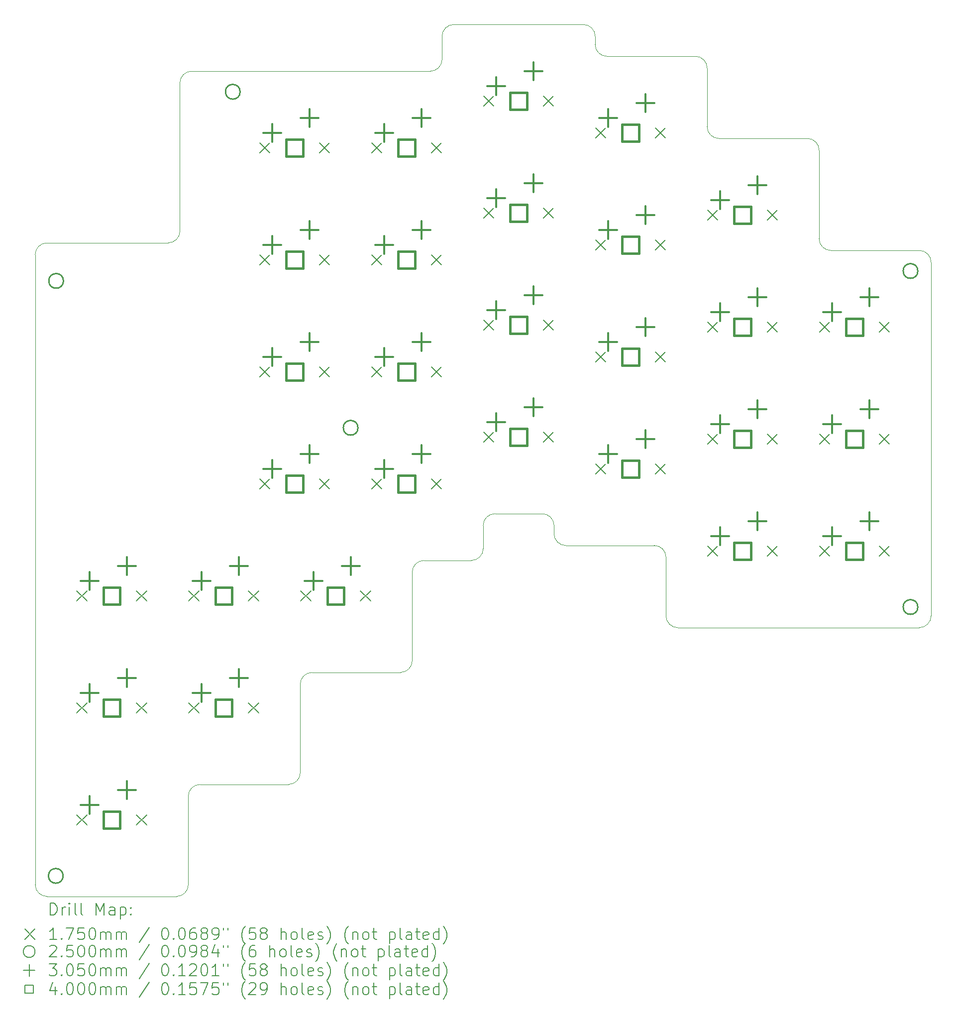
<source format=gbr>
%TF.GenerationSoftware,KiCad,Pcbnew,8.0.6-8.0.6-0~ubuntu24.04.1*%
%TF.CreationDate,2025-02-09T13:25:05-05:00*%
%TF.ProjectId,keybird_right,6b657962-6972-4645-9f72-696768742e6b,rev?*%
%TF.SameCoordinates,Original*%
%TF.FileFunction,Drillmap*%
%TF.FilePolarity,Positive*%
%FSLAX45Y45*%
G04 Gerber Fmt 4.5, Leading zero omitted, Abs format (unit mm)*
G04 Created by KiCad (PCBNEW 8.0.6-8.0.6-0~ubuntu24.04.1) date 2025-02-09 13:25:05*
%MOMM*%
%LPD*%
G01*
G04 APERTURE LIST*
%ADD10C,0.050000*%
%ADD11C,0.100000*%
%ADD12C,0.200000*%
%ADD13C,0.175000*%
%ADD14C,0.250000*%
%ADD15C,0.305000*%
%ADD16C,0.400000*%
G04 APERTURE END LIST*
D10*
X19765000Y-3776000D02*
G75*
G02*
X19565000Y-3576000I0J200000D01*
G01*
X16453500Y-12550000D02*
G75*
G02*
X16653500Y-12350000I200000J0D01*
G01*
X17660000Y-11756250D02*
G75*
G02*
X17860000Y-11556250I200000J0D01*
G01*
X17460000Y-12350000D02*
X16653500Y-12350000D01*
X16760000Y-4030000D02*
X12700000Y-4030000D01*
X14548500Y-14455000D02*
X14548500Y-15960000D01*
X19365000Y-3236250D02*
X17160000Y-3236250D01*
X23175000Y-5173000D02*
G75*
G02*
X23375000Y-5373000I0J-200000D01*
G01*
D11*
X20570000Y-12096000D02*
G75*
G02*
X20770000Y-12296000I0J-200000D01*
G01*
D10*
X25080000Y-13493000D02*
X20970000Y-13493000D01*
X20970000Y-13493000D02*
G75*
G02*
X20770000Y-13293000I0J200000D01*
G01*
X19365000Y-3236250D02*
G75*
G02*
X19565000Y-3436250I0J-200000D01*
G01*
X12643500Y-16360000D02*
G75*
G02*
X12843500Y-16160000I200000J0D01*
G01*
X17660000Y-11756250D02*
X17660000Y-12150000D01*
X25280000Y-13293000D02*
G75*
G02*
X25080000Y-13493000I-200000J0D01*
G01*
D11*
X20770000Y-12296000D02*
X20770000Y-13293000D01*
D10*
X16960000Y-3830000D02*
G75*
G02*
X16760000Y-4030000I-200000J0D01*
G01*
X25080000Y-7078000D02*
G75*
G02*
X25280000Y-7278000I0J-200000D01*
G01*
X23575000Y-7078000D02*
X25080000Y-7078000D01*
X12443500Y-18065000D02*
X10238500Y-18065000D01*
X19565000Y-3436250D02*
X19565000Y-3576000D01*
X14548500Y-14455000D02*
G75*
G02*
X14748500Y-14255000I200000J0D01*
G01*
X12300000Y-6950000D02*
X10238500Y-6950000D01*
X10038500Y-7150000D02*
G75*
G02*
X10238500Y-6950000I200000J0D01*
G01*
X19065000Y-12096000D02*
G75*
G02*
X18865000Y-11896000I0J200000D01*
G01*
X23375000Y-5373000D02*
X23375000Y-6878000D01*
X21470000Y-3976000D02*
X21470000Y-4973000D01*
X12500000Y-4230000D02*
G75*
G02*
X12700000Y-4030000I200000J0D01*
G01*
X16453500Y-14055000D02*
G75*
G02*
X16253500Y-14255000I-200000J0D01*
G01*
X19765000Y-3776000D02*
X21270000Y-3776000D01*
X21670000Y-5173000D02*
G75*
G02*
X21470000Y-4973000I0J200000D01*
G01*
X14548500Y-15960000D02*
G75*
G02*
X14348500Y-16160000I-200000J0D01*
G01*
X12643500Y-16360000D02*
X12643500Y-17865000D01*
X23575000Y-7078000D02*
G75*
G02*
X23375000Y-6878000I0J200000D01*
G01*
X10238500Y-18065000D02*
G75*
G02*
X10038500Y-17865000I0J200000D01*
G01*
X12500000Y-6750000D02*
G75*
G02*
X12300000Y-6950000I-200000J0D01*
G01*
X12500000Y-4230000D02*
X12500000Y-6750000D01*
X16960000Y-3436250D02*
G75*
G02*
X17160000Y-3236250I200000J0D01*
G01*
X18865000Y-11896000D02*
X18865000Y-11756250D01*
X25280000Y-7278000D02*
X25280000Y-13293000D01*
X21270000Y-3776000D02*
G75*
G02*
X21470000Y-3976000I0J-200000D01*
G01*
X16960000Y-3830000D02*
X16960000Y-3436250D01*
X16253500Y-14255000D02*
X14748500Y-14255000D01*
X14348500Y-16160000D02*
X12843500Y-16160000D01*
X18665000Y-11556250D02*
X17860000Y-11556250D01*
X17660000Y-12150000D02*
G75*
G02*
X17460000Y-12350000I-200000J0D01*
G01*
X16453500Y-12550000D02*
X16453500Y-14055000D01*
X18665000Y-11556250D02*
G75*
G02*
X18865000Y-11756250I0J-200000D01*
G01*
X20570000Y-12096000D02*
X19065000Y-12096000D01*
X21670000Y-5173000D02*
X23175000Y-5173000D01*
X12643500Y-17865000D02*
G75*
G02*
X12443500Y-18065000I-200000J0D01*
G01*
X10038500Y-7150000D02*
X10038500Y-17865000D01*
D12*
D13*
X10745505Y-12865000D02*
X10920505Y-13040000D01*
X10920505Y-12865000D02*
X10745505Y-13040000D01*
X10745505Y-14770000D02*
X10920505Y-14945000D01*
X10920505Y-14770000D02*
X10745505Y-14945000D01*
X10745505Y-16675000D02*
X10920505Y-16850000D01*
X10920505Y-16675000D02*
X10745505Y-16850000D01*
X11761505Y-12865000D02*
X11936505Y-13040000D01*
X11936505Y-12865000D02*
X11761505Y-13040000D01*
X11761505Y-14770000D02*
X11936505Y-14945000D01*
X11936505Y-14770000D02*
X11761505Y-14945000D01*
X11761505Y-16675000D02*
X11936505Y-16850000D01*
X11936505Y-16675000D02*
X11761505Y-16850000D01*
X12650505Y-12865000D02*
X12825505Y-13040000D01*
X12825505Y-12865000D02*
X12650505Y-13040000D01*
X12650505Y-14770000D02*
X12825505Y-14945000D01*
X12825505Y-14770000D02*
X12650505Y-14945000D01*
X13666505Y-12865000D02*
X13841505Y-13040000D01*
X13841505Y-12865000D02*
X13666505Y-13040000D01*
X13666505Y-14770000D02*
X13841505Y-14945000D01*
X13841505Y-14770000D02*
X13666505Y-14945000D01*
X13857000Y-5245000D02*
X14032000Y-5420000D01*
X14032000Y-5245000D02*
X13857000Y-5420000D01*
X13857005Y-7150000D02*
X14032005Y-7325000D01*
X14032005Y-7150000D02*
X13857005Y-7325000D01*
X13857005Y-9055000D02*
X14032005Y-9230000D01*
X14032005Y-9055000D02*
X13857005Y-9230000D01*
X13857005Y-10960000D02*
X14032005Y-11135000D01*
X14032005Y-10960000D02*
X13857005Y-11135000D01*
X14555505Y-12865000D02*
X14730505Y-13040000D01*
X14730505Y-12865000D02*
X14555505Y-13040000D01*
X14873000Y-5245000D02*
X15048000Y-5420000D01*
X15048000Y-5245000D02*
X14873000Y-5420000D01*
X14873005Y-7150000D02*
X15048005Y-7325000D01*
X15048005Y-7150000D02*
X14873005Y-7325000D01*
X14873005Y-9055000D02*
X15048005Y-9230000D01*
X15048005Y-9055000D02*
X14873005Y-9230000D01*
X14873005Y-10960000D02*
X15048005Y-11135000D01*
X15048005Y-10960000D02*
X14873005Y-11135000D01*
X15571505Y-12865000D02*
X15746505Y-13040000D01*
X15746505Y-12865000D02*
X15571505Y-13040000D01*
X15762000Y-5245000D02*
X15937000Y-5420000D01*
X15937000Y-5245000D02*
X15762000Y-5420000D01*
X15762005Y-7150000D02*
X15937005Y-7325000D01*
X15937005Y-7150000D02*
X15762005Y-7325000D01*
X15762005Y-9055000D02*
X15937005Y-9230000D01*
X15937005Y-9055000D02*
X15762005Y-9230000D01*
X15762005Y-10960000D02*
X15937005Y-11135000D01*
X15937005Y-10960000D02*
X15762005Y-11135000D01*
X16778000Y-5245000D02*
X16953000Y-5420000D01*
X16953000Y-5245000D02*
X16778000Y-5420000D01*
X16778005Y-7150000D02*
X16953005Y-7325000D01*
X16953005Y-7150000D02*
X16778005Y-7325000D01*
X16778005Y-9055000D02*
X16953005Y-9230000D01*
X16953005Y-9055000D02*
X16778005Y-9230000D01*
X16778005Y-10960000D02*
X16953005Y-11135000D01*
X16953005Y-10960000D02*
X16778005Y-11135000D01*
X17667005Y-4451250D02*
X17842005Y-4626250D01*
X17842005Y-4451250D02*
X17667005Y-4626250D01*
X17667005Y-6356250D02*
X17842005Y-6531250D01*
X17842005Y-6356250D02*
X17667005Y-6531250D01*
X17667005Y-8261250D02*
X17842005Y-8436250D01*
X17842005Y-8261250D02*
X17667005Y-8436250D01*
X17667005Y-10166250D02*
X17842005Y-10341250D01*
X17842005Y-10166250D02*
X17667005Y-10341250D01*
X18683005Y-4451250D02*
X18858005Y-4626250D01*
X18858005Y-4451250D02*
X18683005Y-4626250D01*
X18683005Y-6356250D02*
X18858005Y-6531250D01*
X18858005Y-6356250D02*
X18683005Y-6531250D01*
X18683005Y-8261250D02*
X18858005Y-8436250D01*
X18858005Y-8261250D02*
X18683005Y-8436250D01*
X18683005Y-10166250D02*
X18858005Y-10341250D01*
X18858005Y-10166250D02*
X18683005Y-10341250D01*
X19572005Y-4991000D02*
X19747005Y-5166000D01*
X19747005Y-4991000D02*
X19572005Y-5166000D01*
X19572005Y-6896000D02*
X19747005Y-7071000D01*
X19747005Y-6896000D02*
X19572005Y-7071000D01*
X19572005Y-8801000D02*
X19747005Y-8976000D01*
X19747005Y-8801000D02*
X19572005Y-8976000D01*
X19572005Y-10706000D02*
X19747005Y-10881000D01*
X19747005Y-10706000D02*
X19572005Y-10881000D01*
X20588005Y-4991000D02*
X20763005Y-5166000D01*
X20763005Y-4991000D02*
X20588005Y-5166000D01*
X20588005Y-6896000D02*
X20763005Y-7071000D01*
X20763005Y-6896000D02*
X20588005Y-7071000D01*
X20588005Y-8801000D02*
X20763005Y-8976000D01*
X20763005Y-8801000D02*
X20588005Y-8976000D01*
X20588005Y-10706000D02*
X20763005Y-10881000D01*
X20763005Y-10706000D02*
X20588005Y-10881000D01*
X21477005Y-6388000D02*
X21652005Y-6563000D01*
X21652005Y-6388000D02*
X21477005Y-6563000D01*
X21477005Y-8293000D02*
X21652005Y-8468000D01*
X21652005Y-8293000D02*
X21477005Y-8468000D01*
X21477005Y-10198000D02*
X21652005Y-10373000D01*
X21652005Y-10198000D02*
X21477005Y-10373000D01*
X21477005Y-12103000D02*
X21652005Y-12278000D01*
X21652005Y-12103000D02*
X21477005Y-12278000D01*
X22493005Y-6388000D02*
X22668005Y-6563000D01*
X22668005Y-6388000D02*
X22493005Y-6563000D01*
X22493005Y-8293000D02*
X22668005Y-8468000D01*
X22668005Y-8293000D02*
X22493005Y-8468000D01*
X22493005Y-10198000D02*
X22668005Y-10373000D01*
X22668005Y-10198000D02*
X22493005Y-10373000D01*
X22493005Y-12103000D02*
X22668005Y-12278000D01*
X22668005Y-12103000D02*
X22493005Y-12278000D01*
X23382005Y-8293000D02*
X23557005Y-8468000D01*
X23557005Y-8293000D02*
X23382005Y-8468000D01*
X23382005Y-10198000D02*
X23557005Y-10373000D01*
X23557005Y-10198000D02*
X23382005Y-10373000D01*
X23382005Y-12103000D02*
X23557005Y-12278000D01*
X23557005Y-12103000D02*
X23382005Y-12278000D01*
X24398005Y-8293000D02*
X24573005Y-8468000D01*
X24573005Y-8293000D02*
X24398005Y-8468000D01*
X24398005Y-10198000D02*
X24573005Y-10373000D01*
X24573005Y-10198000D02*
X24398005Y-10373000D01*
X24398005Y-12103000D02*
X24573005Y-12278000D01*
X24573005Y-12103000D02*
X24398005Y-12278000D01*
D14*
X10513500Y-17715000D02*
G75*
G02*
X10263500Y-17715000I-125000J0D01*
G01*
X10263500Y-17715000D02*
G75*
G02*
X10513500Y-17715000I125000J0D01*
G01*
X10519008Y-7596230D02*
G75*
G02*
X10269008Y-7596230I-125000J0D01*
G01*
X10269008Y-7596230D02*
G75*
G02*
X10519008Y-7596230I125000J0D01*
G01*
X13525000Y-4380000D02*
G75*
G02*
X13275000Y-4380000I-125000J0D01*
G01*
X13275000Y-4380000D02*
G75*
G02*
X13525000Y-4380000I125000J0D01*
G01*
X15530005Y-10095000D02*
G75*
G02*
X15280005Y-10095000I-125000J0D01*
G01*
X15280005Y-10095000D02*
G75*
G02*
X15530005Y-10095000I125000J0D01*
G01*
X25055000Y-7428000D02*
G75*
G02*
X24805000Y-7428000I-125000J0D01*
G01*
X24805000Y-7428000D02*
G75*
G02*
X25055000Y-7428000I125000J0D01*
G01*
X25055000Y-13143000D02*
G75*
G02*
X24805000Y-13143000I-125000J0D01*
G01*
X24805000Y-13143000D02*
G75*
G02*
X25055000Y-13143000I125000J0D01*
G01*
D15*
X10960005Y-12546000D02*
X10960005Y-12851000D01*
X10807505Y-12698500D02*
X11112505Y-12698500D01*
X10960005Y-14451000D02*
X10960005Y-14756000D01*
X10807505Y-14603500D02*
X11112505Y-14603500D01*
X10960005Y-16356000D02*
X10960005Y-16661000D01*
X10807505Y-16508500D02*
X11112505Y-16508500D01*
X11595005Y-12292000D02*
X11595005Y-12597000D01*
X11442505Y-12444500D02*
X11747505Y-12444500D01*
X11595005Y-14197000D02*
X11595005Y-14502000D01*
X11442505Y-14349500D02*
X11747505Y-14349500D01*
X11595005Y-16102000D02*
X11595005Y-16407000D01*
X11442505Y-16254500D02*
X11747505Y-16254500D01*
X12865005Y-12546000D02*
X12865005Y-12851000D01*
X12712505Y-12698500D02*
X13017505Y-12698500D01*
X12865005Y-14451000D02*
X12865005Y-14756000D01*
X12712505Y-14603500D02*
X13017505Y-14603500D01*
X13500005Y-12292000D02*
X13500005Y-12597000D01*
X13347505Y-12444500D02*
X13652505Y-12444500D01*
X13500005Y-14197000D02*
X13500005Y-14502000D01*
X13347505Y-14349500D02*
X13652505Y-14349500D01*
X14071500Y-4926000D02*
X14071500Y-5231000D01*
X13919000Y-5078500D02*
X14224000Y-5078500D01*
X14071505Y-6831000D02*
X14071505Y-7136000D01*
X13919005Y-6983500D02*
X14224005Y-6983500D01*
X14071505Y-8736000D02*
X14071505Y-9041000D01*
X13919005Y-8888500D02*
X14224005Y-8888500D01*
X14071505Y-10641000D02*
X14071505Y-10946000D01*
X13919005Y-10793500D02*
X14224005Y-10793500D01*
X14706500Y-4672000D02*
X14706500Y-4977000D01*
X14554000Y-4824500D02*
X14859000Y-4824500D01*
X14706505Y-6577000D02*
X14706505Y-6882000D01*
X14554005Y-6729500D02*
X14859005Y-6729500D01*
X14706505Y-8482000D02*
X14706505Y-8787000D01*
X14554005Y-8634500D02*
X14859005Y-8634500D01*
X14706505Y-10387000D02*
X14706505Y-10692000D01*
X14554005Y-10539500D02*
X14859005Y-10539500D01*
X14770005Y-12546000D02*
X14770005Y-12851000D01*
X14617505Y-12698500D02*
X14922505Y-12698500D01*
X15405005Y-12292000D02*
X15405005Y-12597000D01*
X15252505Y-12444500D02*
X15557505Y-12444500D01*
X15976500Y-4926000D02*
X15976500Y-5231000D01*
X15824000Y-5078500D02*
X16129000Y-5078500D01*
X15976505Y-6831000D02*
X15976505Y-7136000D01*
X15824005Y-6983500D02*
X16129005Y-6983500D01*
X15976505Y-8736000D02*
X15976505Y-9041000D01*
X15824005Y-8888500D02*
X16129005Y-8888500D01*
X15976505Y-10641000D02*
X15976505Y-10946000D01*
X15824005Y-10793500D02*
X16129005Y-10793500D01*
X16611500Y-4672000D02*
X16611500Y-4977000D01*
X16459000Y-4824500D02*
X16764000Y-4824500D01*
X16611505Y-6577000D02*
X16611505Y-6882000D01*
X16459005Y-6729500D02*
X16764005Y-6729500D01*
X16611505Y-8482000D02*
X16611505Y-8787000D01*
X16459005Y-8634500D02*
X16764005Y-8634500D01*
X16611505Y-10387000D02*
X16611505Y-10692000D01*
X16459005Y-10539500D02*
X16764005Y-10539500D01*
X17881505Y-4132250D02*
X17881505Y-4437250D01*
X17729005Y-4284750D02*
X18034005Y-4284750D01*
X17881505Y-6037250D02*
X17881505Y-6342250D01*
X17729005Y-6189750D02*
X18034005Y-6189750D01*
X17881505Y-7942250D02*
X17881505Y-8247250D01*
X17729005Y-8094750D02*
X18034005Y-8094750D01*
X17881505Y-9847250D02*
X17881505Y-10152250D01*
X17729005Y-9999750D02*
X18034005Y-9999750D01*
X18516505Y-3878250D02*
X18516505Y-4183250D01*
X18364005Y-4030750D02*
X18669005Y-4030750D01*
X18516505Y-5783250D02*
X18516505Y-6088250D01*
X18364005Y-5935750D02*
X18669005Y-5935750D01*
X18516505Y-7688250D02*
X18516505Y-7993250D01*
X18364005Y-7840750D02*
X18669005Y-7840750D01*
X18516505Y-9593250D02*
X18516505Y-9898250D01*
X18364005Y-9745750D02*
X18669005Y-9745750D01*
X19786505Y-4672000D02*
X19786505Y-4977000D01*
X19634005Y-4824500D02*
X19939005Y-4824500D01*
X19786505Y-6577000D02*
X19786505Y-6882000D01*
X19634005Y-6729500D02*
X19939005Y-6729500D01*
X19786505Y-8482000D02*
X19786505Y-8787000D01*
X19634005Y-8634500D02*
X19939005Y-8634500D01*
X19786505Y-10387000D02*
X19786505Y-10692000D01*
X19634005Y-10539500D02*
X19939005Y-10539500D01*
X20421505Y-4418000D02*
X20421505Y-4723000D01*
X20269005Y-4570500D02*
X20574005Y-4570500D01*
X20421505Y-6323000D02*
X20421505Y-6628000D01*
X20269005Y-6475500D02*
X20574005Y-6475500D01*
X20421505Y-8228000D02*
X20421505Y-8533000D01*
X20269005Y-8380500D02*
X20574005Y-8380500D01*
X20421505Y-10133000D02*
X20421505Y-10438000D01*
X20269005Y-10285500D02*
X20574005Y-10285500D01*
X21691505Y-6069000D02*
X21691505Y-6374000D01*
X21539005Y-6221500D02*
X21844005Y-6221500D01*
X21691505Y-7974000D02*
X21691505Y-8279000D01*
X21539005Y-8126500D02*
X21844005Y-8126500D01*
X21691505Y-9879000D02*
X21691505Y-10184000D01*
X21539005Y-10031500D02*
X21844005Y-10031500D01*
X21691505Y-11784000D02*
X21691505Y-12089000D01*
X21539005Y-11936500D02*
X21844005Y-11936500D01*
X22326505Y-5815000D02*
X22326505Y-6120000D01*
X22174005Y-5967500D02*
X22479005Y-5967500D01*
X22326505Y-7720000D02*
X22326505Y-8025000D01*
X22174005Y-7872500D02*
X22479005Y-7872500D01*
X22326505Y-9625000D02*
X22326505Y-9930000D01*
X22174005Y-9777500D02*
X22479005Y-9777500D01*
X22326505Y-11530000D02*
X22326505Y-11835000D01*
X22174005Y-11682500D02*
X22479005Y-11682500D01*
X23596505Y-7974000D02*
X23596505Y-8279000D01*
X23444005Y-8126500D02*
X23749005Y-8126500D01*
X23596505Y-9879000D02*
X23596505Y-10184000D01*
X23444005Y-10031500D02*
X23749005Y-10031500D01*
X23596505Y-11784000D02*
X23596505Y-12089000D01*
X23444005Y-11936500D02*
X23749005Y-11936500D01*
X24231505Y-7720000D02*
X24231505Y-8025000D01*
X24079005Y-7872500D02*
X24384005Y-7872500D01*
X24231505Y-9625000D02*
X24231505Y-9930000D01*
X24079005Y-9777500D02*
X24384005Y-9777500D01*
X24231505Y-11530000D02*
X24231505Y-11835000D01*
X24079005Y-11682500D02*
X24384005Y-11682500D01*
D16*
X11482428Y-13093923D02*
X11482428Y-12811077D01*
X11199582Y-12811077D01*
X11199582Y-13093923D01*
X11482428Y-13093923D01*
X11482428Y-14998923D02*
X11482428Y-14716077D01*
X11199582Y-14716077D01*
X11199582Y-14998923D01*
X11482428Y-14998923D01*
X11482428Y-16903923D02*
X11482428Y-16621077D01*
X11199582Y-16621077D01*
X11199582Y-16903923D01*
X11482428Y-16903923D01*
X13387428Y-13093923D02*
X13387428Y-12811077D01*
X13104582Y-12811077D01*
X13104582Y-13093923D01*
X13387428Y-13093923D01*
X13387428Y-14998923D02*
X13387428Y-14716077D01*
X13104582Y-14716077D01*
X13104582Y-14998923D01*
X13387428Y-14998923D01*
X14593923Y-5473923D02*
X14593923Y-5191077D01*
X14311077Y-5191077D01*
X14311077Y-5473923D01*
X14593923Y-5473923D01*
X14593928Y-7378923D02*
X14593928Y-7096077D01*
X14311082Y-7096077D01*
X14311082Y-7378923D01*
X14593928Y-7378923D01*
X14593928Y-9283923D02*
X14593928Y-9001077D01*
X14311082Y-9001077D01*
X14311082Y-9283923D01*
X14593928Y-9283923D01*
X14593928Y-11188923D02*
X14593928Y-10906077D01*
X14311082Y-10906077D01*
X14311082Y-11188923D01*
X14593928Y-11188923D01*
X15292428Y-13093923D02*
X15292428Y-12811077D01*
X15009582Y-12811077D01*
X15009582Y-13093923D01*
X15292428Y-13093923D01*
X16498923Y-5473923D02*
X16498923Y-5191077D01*
X16216077Y-5191077D01*
X16216077Y-5473923D01*
X16498923Y-5473923D01*
X16498928Y-7378923D02*
X16498928Y-7096077D01*
X16216082Y-7096077D01*
X16216082Y-7378923D01*
X16498928Y-7378923D01*
X16498928Y-9283923D02*
X16498928Y-9001077D01*
X16216082Y-9001077D01*
X16216082Y-9283923D01*
X16498928Y-9283923D01*
X16498928Y-11188923D02*
X16498928Y-10906077D01*
X16216082Y-10906077D01*
X16216082Y-11188923D01*
X16498928Y-11188923D01*
X18403928Y-4680173D02*
X18403928Y-4397327D01*
X18121082Y-4397327D01*
X18121082Y-4680173D01*
X18403928Y-4680173D01*
X18403928Y-6585173D02*
X18403928Y-6302327D01*
X18121082Y-6302327D01*
X18121082Y-6585173D01*
X18403928Y-6585173D01*
X18403928Y-8490173D02*
X18403928Y-8207327D01*
X18121082Y-8207327D01*
X18121082Y-8490173D01*
X18403928Y-8490173D01*
X18403928Y-10395173D02*
X18403928Y-10112327D01*
X18121082Y-10112327D01*
X18121082Y-10395173D01*
X18403928Y-10395173D01*
X20308928Y-5219923D02*
X20308928Y-4937077D01*
X20026082Y-4937077D01*
X20026082Y-5219923D01*
X20308928Y-5219923D01*
X20308928Y-7124923D02*
X20308928Y-6842077D01*
X20026082Y-6842077D01*
X20026082Y-7124923D01*
X20308928Y-7124923D01*
X20308928Y-9029923D02*
X20308928Y-8747077D01*
X20026082Y-8747077D01*
X20026082Y-9029923D01*
X20308928Y-9029923D01*
X20308928Y-10934923D02*
X20308928Y-10652077D01*
X20026082Y-10652077D01*
X20026082Y-10934923D01*
X20308928Y-10934923D01*
X22213928Y-6616923D02*
X22213928Y-6334077D01*
X21931082Y-6334077D01*
X21931082Y-6616923D01*
X22213928Y-6616923D01*
X22213928Y-8521923D02*
X22213928Y-8239077D01*
X21931082Y-8239077D01*
X21931082Y-8521923D01*
X22213928Y-8521923D01*
X22213928Y-10426923D02*
X22213928Y-10144077D01*
X21931082Y-10144077D01*
X21931082Y-10426923D01*
X22213928Y-10426923D01*
X22213928Y-12331923D02*
X22213928Y-12049077D01*
X21931082Y-12049077D01*
X21931082Y-12331923D01*
X22213928Y-12331923D01*
X24118928Y-8521923D02*
X24118928Y-8239077D01*
X23836082Y-8239077D01*
X23836082Y-8521923D01*
X24118928Y-8521923D01*
X24118928Y-10426923D02*
X24118928Y-10144077D01*
X23836082Y-10144077D01*
X23836082Y-10426923D01*
X24118928Y-10426923D01*
X24118928Y-12331923D02*
X24118928Y-12049077D01*
X23836082Y-12049077D01*
X23836082Y-12331923D01*
X24118928Y-12331923D01*
D12*
X10296777Y-18378984D02*
X10296777Y-18178984D01*
X10296777Y-18178984D02*
X10344396Y-18178984D01*
X10344396Y-18178984D02*
X10372967Y-18188508D01*
X10372967Y-18188508D02*
X10392015Y-18207555D01*
X10392015Y-18207555D02*
X10401539Y-18226603D01*
X10401539Y-18226603D02*
X10411063Y-18264698D01*
X10411063Y-18264698D02*
X10411063Y-18293270D01*
X10411063Y-18293270D02*
X10401539Y-18331365D01*
X10401539Y-18331365D02*
X10392015Y-18350412D01*
X10392015Y-18350412D02*
X10372967Y-18369460D01*
X10372967Y-18369460D02*
X10344396Y-18378984D01*
X10344396Y-18378984D02*
X10296777Y-18378984D01*
X10496777Y-18378984D02*
X10496777Y-18245650D01*
X10496777Y-18283746D02*
X10506301Y-18264698D01*
X10506301Y-18264698D02*
X10515824Y-18255174D01*
X10515824Y-18255174D02*
X10534872Y-18245650D01*
X10534872Y-18245650D02*
X10553920Y-18245650D01*
X10620586Y-18378984D02*
X10620586Y-18245650D01*
X10620586Y-18178984D02*
X10611063Y-18188508D01*
X10611063Y-18188508D02*
X10620586Y-18198031D01*
X10620586Y-18198031D02*
X10630110Y-18188508D01*
X10630110Y-18188508D02*
X10620586Y-18178984D01*
X10620586Y-18178984D02*
X10620586Y-18198031D01*
X10744396Y-18378984D02*
X10725348Y-18369460D01*
X10725348Y-18369460D02*
X10715824Y-18350412D01*
X10715824Y-18350412D02*
X10715824Y-18178984D01*
X10849158Y-18378984D02*
X10830110Y-18369460D01*
X10830110Y-18369460D02*
X10820586Y-18350412D01*
X10820586Y-18350412D02*
X10820586Y-18178984D01*
X11077729Y-18378984D02*
X11077729Y-18178984D01*
X11077729Y-18178984D02*
X11144396Y-18321841D01*
X11144396Y-18321841D02*
X11211062Y-18178984D01*
X11211062Y-18178984D02*
X11211062Y-18378984D01*
X11392015Y-18378984D02*
X11392015Y-18274222D01*
X11392015Y-18274222D02*
X11382491Y-18255174D01*
X11382491Y-18255174D02*
X11363443Y-18245650D01*
X11363443Y-18245650D02*
X11325348Y-18245650D01*
X11325348Y-18245650D02*
X11306301Y-18255174D01*
X11392015Y-18369460D02*
X11372967Y-18378984D01*
X11372967Y-18378984D02*
X11325348Y-18378984D01*
X11325348Y-18378984D02*
X11306301Y-18369460D01*
X11306301Y-18369460D02*
X11296777Y-18350412D01*
X11296777Y-18350412D02*
X11296777Y-18331365D01*
X11296777Y-18331365D02*
X11306301Y-18312317D01*
X11306301Y-18312317D02*
X11325348Y-18302793D01*
X11325348Y-18302793D02*
X11372967Y-18302793D01*
X11372967Y-18302793D02*
X11392015Y-18293270D01*
X11487253Y-18245650D02*
X11487253Y-18445650D01*
X11487253Y-18255174D02*
X11506301Y-18245650D01*
X11506301Y-18245650D02*
X11544396Y-18245650D01*
X11544396Y-18245650D02*
X11563443Y-18255174D01*
X11563443Y-18255174D02*
X11572967Y-18264698D01*
X11572967Y-18264698D02*
X11582491Y-18283746D01*
X11582491Y-18283746D02*
X11582491Y-18340889D01*
X11582491Y-18340889D02*
X11572967Y-18359936D01*
X11572967Y-18359936D02*
X11563443Y-18369460D01*
X11563443Y-18369460D02*
X11544396Y-18378984D01*
X11544396Y-18378984D02*
X11506301Y-18378984D01*
X11506301Y-18378984D02*
X11487253Y-18369460D01*
X11668205Y-18359936D02*
X11677729Y-18369460D01*
X11677729Y-18369460D02*
X11668205Y-18378984D01*
X11668205Y-18378984D02*
X11658682Y-18369460D01*
X11658682Y-18369460D02*
X11668205Y-18359936D01*
X11668205Y-18359936D02*
X11668205Y-18378984D01*
X11668205Y-18255174D02*
X11677729Y-18264698D01*
X11677729Y-18264698D02*
X11668205Y-18274222D01*
X11668205Y-18274222D02*
X11658682Y-18264698D01*
X11658682Y-18264698D02*
X11668205Y-18255174D01*
X11668205Y-18255174D02*
X11668205Y-18274222D01*
D13*
X9861000Y-18620000D02*
X10036000Y-18795000D01*
X10036000Y-18620000D02*
X9861000Y-18795000D01*
D12*
X10401539Y-18798984D02*
X10287253Y-18798984D01*
X10344396Y-18798984D02*
X10344396Y-18598984D01*
X10344396Y-18598984D02*
X10325348Y-18627555D01*
X10325348Y-18627555D02*
X10306301Y-18646603D01*
X10306301Y-18646603D02*
X10287253Y-18656127D01*
X10487253Y-18779936D02*
X10496777Y-18789460D01*
X10496777Y-18789460D02*
X10487253Y-18798984D01*
X10487253Y-18798984D02*
X10477729Y-18789460D01*
X10477729Y-18789460D02*
X10487253Y-18779936D01*
X10487253Y-18779936D02*
X10487253Y-18798984D01*
X10563444Y-18598984D02*
X10696777Y-18598984D01*
X10696777Y-18598984D02*
X10611063Y-18798984D01*
X10868205Y-18598984D02*
X10772967Y-18598984D01*
X10772967Y-18598984D02*
X10763444Y-18694222D01*
X10763444Y-18694222D02*
X10772967Y-18684698D01*
X10772967Y-18684698D02*
X10792015Y-18675174D01*
X10792015Y-18675174D02*
X10839634Y-18675174D01*
X10839634Y-18675174D02*
X10858682Y-18684698D01*
X10858682Y-18684698D02*
X10868205Y-18694222D01*
X10868205Y-18694222D02*
X10877729Y-18713270D01*
X10877729Y-18713270D02*
X10877729Y-18760889D01*
X10877729Y-18760889D02*
X10868205Y-18779936D01*
X10868205Y-18779936D02*
X10858682Y-18789460D01*
X10858682Y-18789460D02*
X10839634Y-18798984D01*
X10839634Y-18798984D02*
X10792015Y-18798984D01*
X10792015Y-18798984D02*
X10772967Y-18789460D01*
X10772967Y-18789460D02*
X10763444Y-18779936D01*
X11001539Y-18598984D02*
X11020586Y-18598984D01*
X11020586Y-18598984D02*
X11039634Y-18608508D01*
X11039634Y-18608508D02*
X11049158Y-18618031D01*
X11049158Y-18618031D02*
X11058682Y-18637079D01*
X11058682Y-18637079D02*
X11068205Y-18675174D01*
X11068205Y-18675174D02*
X11068205Y-18722793D01*
X11068205Y-18722793D02*
X11058682Y-18760889D01*
X11058682Y-18760889D02*
X11049158Y-18779936D01*
X11049158Y-18779936D02*
X11039634Y-18789460D01*
X11039634Y-18789460D02*
X11020586Y-18798984D01*
X11020586Y-18798984D02*
X11001539Y-18798984D01*
X11001539Y-18798984D02*
X10982491Y-18789460D01*
X10982491Y-18789460D02*
X10972967Y-18779936D01*
X10972967Y-18779936D02*
X10963444Y-18760889D01*
X10963444Y-18760889D02*
X10953920Y-18722793D01*
X10953920Y-18722793D02*
X10953920Y-18675174D01*
X10953920Y-18675174D02*
X10963444Y-18637079D01*
X10963444Y-18637079D02*
X10972967Y-18618031D01*
X10972967Y-18618031D02*
X10982491Y-18608508D01*
X10982491Y-18608508D02*
X11001539Y-18598984D01*
X11153920Y-18798984D02*
X11153920Y-18665650D01*
X11153920Y-18684698D02*
X11163444Y-18675174D01*
X11163444Y-18675174D02*
X11182491Y-18665650D01*
X11182491Y-18665650D02*
X11211063Y-18665650D01*
X11211063Y-18665650D02*
X11230110Y-18675174D01*
X11230110Y-18675174D02*
X11239634Y-18694222D01*
X11239634Y-18694222D02*
X11239634Y-18798984D01*
X11239634Y-18694222D02*
X11249158Y-18675174D01*
X11249158Y-18675174D02*
X11268205Y-18665650D01*
X11268205Y-18665650D02*
X11296777Y-18665650D01*
X11296777Y-18665650D02*
X11315824Y-18675174D01*
X11315824Y-18675174D02*
X11325348Y-18694222D01*
X11325348Y-18694222D02*
X11325348Y-18798984D01*
X11420586Y-18798984D02*
X11420586Y-18665650D01*
X11420586Y-18684698D02*
X11430110Y-18675174D01*
X11430110Y-18675174D02*
X11449158Y-18665650D01*
X11449158Y-18665650D02*
X11477729Y-18665650D01*
X11477729Y-18665650D02*
X11496777Y-18675174D01*
X11496777Y-18675174D02*
X11506301Y-18694222D01*
X11506301Y-18694222D02*
X11506301Y-18798984D01*
X11506301Y-18694222D02*
X11515824Y-18675174D01*
X11515824Y-18675174D02*
X11534872Y-18665650D01*
X11534872Y-18665650D02*
X11563443Y-18665650D01*
X11563443Y-18665650D02*
X11582491Y-18675174D01*
X11582491Y-18675174D02*
X11592015Y-18694222D01*
X11592015Y-18694222D02*
X11592015Y-18798984D01*
X11982491Y-18589460D02*
X11811063Y-18846603D01*
X12239634Y-18598984D02*
X12258682Y-18598984D01*
X12258682Y-18598984D02*
X12277729Y-18608508D01*
X12277729Y-18608508D02*
X12287253Y-18618031D01*
X12287253Y-18618031D02*
X12296777Y-18637079D01*
X12296777Y-18637079D02*
X12306301Y-18675174D01*
X12306301Y-18675174D02*
X12306301Y-18722793D01*
X12306301Y-18722793D02*
X12296777Y-18760889D01*
X12296777Y-18760889D02*
X12287253Y-18779936D01*
X12287253Y-18779936D02*
X12277729Y-18789460D01*
X12277729Y-18789460D02*
X12258682Y-18798984D01*
X12258682Y-18798984D02*
X12239634Y-18798984D01*
X12239634Y-18798984D02*
X12220586Y-18789460D01*
X12220586Y-18789460D02*
X12211063Y-18779936D01*
X12211063Y-18779936D02*
X12201539Y-18760889D01*
X12201539Y-18760889D02*
X12192015Y-18722793D01*
X12192015Y-18722793D02*
X12192015Y-18675174D01*
X12192015Y-18675174D02*
X12201539Y-18637079D01*
X12201539Y-18637079D02*
X12211063Y-18618031D01*
X12211063Y-18618031D02*
X12220586Y-18608508D01*
X12220586Y-18608508D02*
X12239634Y-18598984D01*
X12392015Y-18779936D02*
X12401539Y-18789460D01*
X12401539Y-18789460D02*
X12392015Y-18798984D01*
X12392015Y-18798984D02*
X12382491Y-18789460D01*
X12382491Y-18789460D02*
X12392015Y-18779936D01*
X12392015Y-18779936D02*
X12392015Y-18798984D01*
X12525348Y-18598984D02*
X12544396Y-18598984D01*
X12544396Y-18598984D02*
X12563444Y-18608508D01*
X12563444Y-18608508D02*
X12572967Y-18618031D01*
X12572967Y-18618031D02*
X12582491Y-18637079D01*
X12582491Y-18637079D02*
X12592015Y-18675174D01*
X12592015Y-18675174D02*
X12592015Y-18722793D01*
X12592015Y-18722793D02*
X12582491Y-18760889D01*
X12582491Y-18760889D02*
X12572967Y-18779936D01*
X12572967Y-18779936D02*
X12563444Y-18789460D01*
X12563444Y-18789460D02*
X12544396Y-18798984D01*
X12544396Y-18798984D02*
X12525348Y-18798984D01*
X12525348Y-18798984D02*
X12506301Y-18789460D01*
X12506301Y-18789460D02*
X12496777Y-18779936D01*
X12496777Y-18779936D02*
X12487253Y-18760889D01*
X12487253Y-18760889D02*
X12477729Y-18722793D01*
X12477729Y-18722793D02*
X12477729Y-18675174D01*
X12477729Y-18675174D02*
X12487253Y-18637079D01*
X12487253Y-18637079D02*
X12496777Y-18618031D01*
X12496777Y-18618031D02*
X12506301Y-18608508D01*
X12506301Y-18608508D02*
X12525348Y-18598984D01*
X12763444Y-18598984D02*
X12725348Y-18598984D01*
X12725348Y-18598984D02*
X12706301Y-18608508D01*
X12706301Y-18608508D02*
X12696777Y-18618031D01*
X12696777Y-18618031D02*
X12677729Y-18646603D01*
X12677729Y-18646603D02*
X12668206Y-18684698D01*
X12668206Y-18684698D02*
X12668206Y-18760889D01*
X12668206Y-18760889D02*
X12677729Y-18779936D01*
X12677729Y-18779936D02*
X12687253Y-18789460D01*
X12687253Y-18789460D02*
X12706301Y-18798984D01*
X12706301Y-18798984D02*
X12744396Y-18798984D01*
X12744396Y-18798984D02*
X12763444Y-18789460D01*
X12763444Y-18789460D02*
X12772967Y-18779936D01*
X12772967Y-18779936D02*
X12782491Y-18760889D01*
X12782491Y-18760889D02*
X12782491Y-18713270D01*
X12782491Y-18713270D02*
X12772967Y-18694222D01*
X12772967Y-18694222D02*
X12763444Y-18684698D01*
X12763444Y-18684698D02*
X12744396Y-18675174D01*
X12744396Y-18675174D02*
X12706301Y-18675174D01*
X12706301Y-18675174D02*
X12687253Y-18684698D01*
X12687253Y-18684698D02*
X12677729Y-18694222D01*
X12677729Y-18694222D02*
X12668206Y-18713270D01*
X12896777Y-18684698D02*
X12877729Y-18675174D01*
X12877729Y-18675174D02*
X12868206Y-18665650D01*
X12868206Y-18665650D02*
X12858682Y-18646603D01*
X12858682Y-18646603D02*
X12858682Y-18637079D01*
X12858682Y-18637079D02*
X12868206Y-18618031D01*
X12868206Y-18618031D02*
X12877729Y-18608508D01*
X12877729Y-18608508D02*
X12896777Y-18598984D01*
X12896777Y-18598984D02*
X12934872Y-18598984D01*
X12934872Y-18598984D02*
X12953920Y-18608508D01*
X12953920Y-18608508D02*
X12963444Y-18618031D01*
X12963444Y-18618031D02*
X12972967Y-18637079D01*
X12972967Y-18637079D02*
X12972967Y-18646603D01*
X12972967Y-18646603D02*
X12963444Y-18665650D01*
X12963444Y-18665650D02*
X12953920Y-18675174D01*
X12953920Y-18675174D02*
X12934872Y-18684698D01*
X12934872Y-18684698D02*
X12896777Y-18684698D01*
X12896777Y-18684698D02*
X12877729Y-18694222D01*
X12877729Y-18694222D02*
X12868206Y-18703746D01*
X12868206Y-18703746D02*
X12858682Y-18722793D01*
X12858682Y-18722793D02*
X12858682Y-18760889D01*
X12858682Y-18760889D02*
X12868206Y-18779936D01*
X12868206Y-18779936D02*
X12877729Y-18789460D01*
X12877729Y-18789460D02*
X12896777Y-18798984D01*
X12896777Y-18798984D02*
X12934872Y-18798984D01*
X12934872Y-18798984D02*
X12953920Y-18789460D01*
X12953920Y-18789460D02*
X12963444Y-18779936D01*
X12963444Y-18779936D02*
X12972967Y-18760889D01*
X12972967Y-18760889D02*
X12972967Y-18722793D01*
X12972967Y-18722793D02*
X12963444Y-18703746D01*
X12963444Y-18703746D02*
X12953920Y-18694222D01*
X12953920Y-18694222D02*
X12934872Y-18684698D01*
X13068206Y-18798984D02*
X13106301Y-18798984D01*
X13106301Y-18798984D02*
X13125348Y-18789460D01*
X13125348Y-18789460D02*
X13134872Y-18779936D01*
X13134872Y-18779936D02*
X13153920Y-18751365D01*
X13153920Y-18751365D02*
X13163444Y-18713270D01*
X13163444Y-18713270D02*
X13163444Y-18637079D01*
X13163444Y-18637079D02*
X13153920Y-18618031D01*
X13153920Y-18618031D02*
X13144396Y-18608508D01*
X13144396Y-18608508D02*
X13125348Y-18598984D01*
X13125348Y-18598984D02*
X13087253Y-18598984D01*
X13087253Y-18598984D02*
X13068206Y-18608508D01*
X13068206Y-18608508D02*
X13058682Y-18618031D01*
X13058682Y-18618031D02*
X13049158Y-18637079D01*
X13049158Y-18637079D02*
X13049158Y-18684698D01*
X13049158Y-18684698D02*
X13058682Y-18703746D01*
X13058682Y-18703746D02*
X13068206Y-18713270D01*
X13068206Y-18713270D02*
X13087253Y-18722793D01*
X13087253Y-18722793D02*
X13125348Y-18722793D01*
X13125348Y-18722793D02*
X13144396Y-18713270D01*
X13144396Y-18713270D02*
X13153920Y-18703746D01*
X13153920Y-18703746D02*
X13163444Y-18684698D01*
X13239634Y-18598984D02*
X13239634Y-18637079D01*
X13315825Y-18598984D02*
X13315825Y-18637079D01*
X13611063Y-18875174D02*
X13601539Y-18865650D01*
X13601539Y-18865650D02*
X13582491Y-18837079D01*
X13582491Y-18837079D02*
X13572968Y-18818031D01*
X13572968Y-18818031D02*
X13563444Y-18789460D01*
X13563444Y-18789460D02*
X13553920Y-18741841D01*
X13553920Y-18741841D02*
X13553920Y-18703746D01*
X13553920Y-18703746D02*
X13563444Y-18656127D01*
X13563444Y-18656127D02*
X13572968Y-18627555D01*
X13572968Y-18627555D02*
X13582491Y-18608508D01*
X13582491Y-18608508D02*
X13601539Y-18579936D01*
X13601539Y-18579936D02*
X13611063Y-18570412D01*
X13782491Y-18598984D02*
X13687253Y-18598984D01*
X13687253Y-18598984D02*
X13677729Y-18694222D01*
X13677729Y-18694222D02*
X13687253Y-18684698D01*
X13687253Y-18684698D02*
X13706301Y-18675174D01*
X13706301Y-18675174D02*
X13753920Y-18675174D01*
X13753920Y-18675174D02*
X13772968Y-18684698D01*
X13772968Y-18684698D02*
X13782491Y-18694222D01*
X13782491Y-18694222D02*
X13792015Y-18713270D01*
X13792015Y-18713270D02*
X13792015Y-18760889D01*
X13792015Y-18760889D02*
X13782491Y-18779936D01*
X13782491Y-18779936D02*
X13772968Y-18789460D01*
X13772968Y-18789460D02*
X13753920Y-18798984D01*
X13753920Y-18798984D02*
X13706301Y-18798984D01*
X13706301Y-18798984D02*
X13687253Y-18789460D01*
X13687253Y-18789460D02*
X13677729Y-18779936D01*
X13906301Y-18684698D02*
X13887253Y-18675174D01*
X13887253Y-18675174D02*
X13877729Y-18665650D01*
X13877729Y-18665650D02*
X13868206Y-18646603D01*
X13868206Y-18646603D02*
X13868206Y-18637079D01*
X13868206Y-18637079D02*
X13877729Y-18618031D01*
X13877729Y-18618031D02*
X13887253Y-18608508D01*
X13887253Y-18608508D02*
X13906301Y-18598984D01*
X13906301Y-18598984D02*
X13944396Y-18598984D01*
X13944396Y-18598984D02*
X13963444Y-18608508D01*
X13963444Y-18608508D02*
X13972968Y-18618031D01*
X13972968Y-18618031D02*
X13982491Y-18637079D01*
X13982491Y-18637079D02*
X13982491Y-18646603D01*
X13982491Y-18646603D02*
X13972968Y-18665650D01*
X13972968Y-18665650D02*
X13963444Y-18675174D01*
X13963444Y-18675174D02*
X13944396Y-18684698D01*
X13944396Y-18684698D02*
X13906301Y-18684698D01*
X13906301Y-18684698D02*
X13887253Y-18694222D01*
X13887253Y-18694222D02*
X13877729Y-18703746D01*
X13877729Y-18703746D02*
X13868206Y-18722793D01*
X13868206Y-18722793D02*
X13868206Y-18760889D01*
X13868206Y-18760889D02*
X13877729Y-18779936D01*
X13877729Y-18779936D02*
X13887253Y-18789460D01*
X13887253Y-18789460D02*
X13906301Y-18798984D01*
X13906301Y-18798984D02*
X13944396Y-18798984D01*
X13944396Y-18798984D02*
X13963444Y-18789460D01*
X13963444Y-18789460D02*
X13972968Y-18779936D01*
X13972968Y-18779936D02*
X13982491Y-18760889D01*
X13982491Y-18760889D02*
X13982491Y-18722793D01*
X13982491Y-18722793D02*
X13972968Y-18703746D01*
X13972968Y-18703746D02*
X13963444Y-18694222D01*
X13963444Y-18694222D02*
X13944396Y-18684698D01*
X14220587Y-18798984D02*
X14220587Y-18598984D01*
X14306301Y-18798984D02*
X14306301Y-18694222D01*
X14306301Y-18694222D02*
X14296777Y-18675174D01*
X14296777Y-18675174D02*
X14277730Y-18665650D01*
X14277730Y-18665650D02*
X14249158Y-18665650D01*
X14249158Y-18665650D02*
X14230110Y-18675174D01*
X14230110Y-18675174D02*
X14220587Y-18684698D01*
X14430110Y-18798984D02*
X14411063Y-18789460D01*
X14411063Y-18789460D02*
X14401539Y-18779936D01*
X14401539Y-18779936D02*
X14392015Y-18760889D01*
X14392015Y-18760889D02*
X14392015Y-18703746D01*
X14392015Y-18703746D02*
X14401539Y-18684698D01*
X14401539Y-18684698D02*
X14411063Y-18675174D01*
X14411063Y-18675174D02*
X14430110Y-18665650D01*
X14430110Y-18665650D02*
X14458682Y-18665650D01*
X14458682Y-18665650D02*
X14477730Y-18675174D01*
X14477730Y-18675174D02*
X14487253Y-18684698D01*
X14487253Y-18684698D02*
X14496777Y-18703746D01*
X14496777Y-18703746D02*
X14496777Y-18760889D01*
X14496777Y-18760889D02*
X14487253Y-18779936D01*
X14487253Y-18779936D02*
X14477730Y-18789460D01*
X14477730Y-18789460D02*
X14458682Y-18798984D01*
X14458682Y-18798984D02*
X14430110Y-18798984D01*
X14611063Y-18798984D02*
X14592015Y-18789460D01*
X14592015Y-18789460D02*
X14582491Y-18770412D01*
X14582491Y-18770412D02*
X14582491Y-18598984D01*
X14763444Y-18789460D02*
X14744396Y-18798984D01*
X14744396Y-18798984D02*
X14706301Y-18798984D01*
X14706301Y-18798984D02*
X14687253Y-18789460D01*
X14687253Y-18789460D02*
X14677730Y-18770412D01*
X14677730Y-18770412D02*
X14677730Y-18694222D01*
X14677730Y-18694222D02*
X14687253Y-18675174D01*
X14687253Y-18675174D02*
X14706301Y-18665650D01*
X14706301Y-18665650D02*
X14744396Y-18665650D01*
X14744396Y-18665650D02*
X14763444Y-18675174D01*
X14763444Y-18675174D02*
X14772968Y-18694222D01*
X14772968Y-18694222D02*
X14772968Y-18713270D01*
X14772968Y-18713270D02*
X14677730Y-18732317D01*
X14849158Y-18789460D02*
X14868206Y-18798984D01*
X14868206Y-18798984D02*
X14906301Y-18798984D01*
X14906301Y-18798984D02*
X14925349Y-18789460D01*
X14925349Y-18789460D02*
X14934872Y-18770412D01*
X14934872Y-18770412D02*
X14934872Y-18760889D01*
X14934872Y-18760889D02*
X14925349Y-18741841D01*
X14925349Y-18741841D02*
X14906301Y-18732317D01*
X14906301Y-18732317D02*
X14877730Y-18732317D01*
X14877730Y-18732317D02*
X14858682Y-18722793D01*
X14858682Y-18722793D02*
X14849158Y-18703746D01*
X14849158Y-18703746D02*
X14849158Y-18694222D01*
X14849158Y-18694222D02*
X14858682Y-18675174D01*
X14858682Y-18675174D02*
X14877730Y-18665650D01*
X14877730Y-18665650D02*
X14906301Y-18665650D01*
X14906301Y-18665650D02*
X14925349Y-18675174D01*
X15001539Y-18875174D02*
X15011063Y-18865650D01*
X15011063Y-18865650D02*
X15030111Y-18837079D01*
X15030111Y-18837079D02*
X15039634Y-18818031D01*
X15039634Y-18818031D02*
X15049158Y-18789460D01*
X15049158Y-18789460D02*
X15058682Y-18741841D01*
X15058682Y-18741841D02*
X15058682Y-18703746D01*
X15058682Y-18703746D02*
X15049158Y-18656127D01*
X15049158Y-18656127D02*
X15039634Y-18627555D01*
X15039634Y-18627555D02*
X15030111Y-18608508D01*
X15030111Y-18608508D02*
X15011063Y-18579936D01*
X15011063Y-18579936D02*
X15001539Y-18570412D01*
X15363444Y-18875174D02*
X15353920Y-18865650D01*
X15353920Y-18865650D02*
X15334872Y-18837079D01*
X15334872Y-18837079D02*
X15325349Y-18818031D01*
X15325349Y-18818031D02*
X15315825Y-18789460D01*
X15315825Y-18789460D02*
X15306301Y-18741841D01*
X15306301Y-18741841D02*
X15306301Y-18703746D01*
X15306301Y-18703746D02*
X15315825Y-18656127D01*
X15315825Y-18656127D02*
X15325349Y-18627555D01*
X15325349Y-18627555D02*
X15334872Y-18608508D01*
X15334872Y-18608508D02*
X15353920Y-18579936D01*
X15353920Y-18579936D02*
X15363444Y-18570412D01*
X15439634Y-18665650D02*
X15439634Y-18798984D01*
X15439634Y-18684698D02*
X15449158Y-18675174D01*
X15449158Y-18675174D02*
X15468206Y-18665650D01*
X15468206Y-18665650D02*
X15496777Y-18665650D01*
X15496777Y-18665650D02*
X15515825Y-18675174D01*
X15515825Y-18675174D02*
X15525349Y-18694222D01*
X15525349Y-18694222D02*
X15525349Y-18798984D01*
X15649158Y-18798984D02*
X15630111Y-18789460D01*
X15630111Y-18789460D02*
X15620587Y-18779936D01*
X15620587Y-18779936D02*
X15611063Y-18760889D01*
X15611063Y-18760889D02*
X15611063Y-18703746D01*
X15611063Y-18703746D02*
X15620587Y-18684698D01*
X15620587Y-18684698D02*
X15630111Y-18675174D01*
X15630111Y-18675174D02*
X15649158Y-18665650D01*
X15649158Y-18665650D02*
X15677730Y-18665650D01*
X15677730Y-18665650D02*
X15696777Y-18675174D01*
X15696777Y-18675174D02*
X15706301Y-18684698D01*
X15706301Y-18684698D02*
X15715825Y-18703746D01*
X15715825Y-18703746D02*
X15715825Y-18760889D01*
X15715825Y-18760889D02*
X15706301Y-18779936D01*
X15706301Y-18779936D02*
X15696777Y-18789460D01*
X15696777Y-18789460D02*
X15677730Y-18798984D01*
X15677730Y-18798984D02*
X15649158Y-18798984D01*
X15772968Y-18665650D02*
X15849158Y-18665650D01*
X15801539Y-18598984D02*
X15801539Y-18770412D01*
X15801539Y-18770412D02*
X15811063Y-18789460D01*
X15811063Y-18789460D02*
X15830111Y-18798984D01*
X15830111Y-18798984D02*
X15849158Y-18798984D01*
X16068206Y-18665650D02*
X16068206Y-18865650D01*
X16068206Y-18675174D02*
X16087253Y-18665650D01*
X16087253Y-18665650D02*
X16125349Y-18665650D01*
X16125349Y-18665650D02*
X16144396Y-18675174D01*
X16144396Y-18675174D02*
X16153920Y-18684698D01*
X16153920Y-18684698D02*
X16163444Y-18703746D01*
X16163444Y-18703746D02*
X16163444Y-18760889D01*
X16163444Y-18760889D02*
X16153920Y-18779936D01*
X16153920Y-18779936D02*
X16144396Y-18789460D01*
X16144396Y-18789460D02*
X16125349Y-18798984D01*
X16125349Y-18798984D02*
X16087253Y-18798984D01*
X16087253Y-18798984D02*
X16068206Y-18789460D01*
X16277730Y-18798984D02*
X16258682Y-18789460D01*
X16258682Y-18789460D02*
X16249158Y-18770412D01*
X16249158Y-18770412D02*
X16249158Y-18598984D01*
X16439634Y-18798984D02*
X16439634Y-18694222D01*
X16439634Y-18694222D02*
X16430111Y-18675174D01*
X16430111Y-18675174D02*
X16411063Y-18665650D01*
X16411063Y-18665650D02*
X16372968Y-18665650D01*
X16372968Y-18665650D02*
X16353920Y-18675174D01*
X16439634Y-18789460D02*
X16420587Y-18798984D01*
X16420587Y-18798984D02*
X16372968Y-18798984D01*
X16372968Y-18798984D02*
X16353920Y-18789460D01*
X16353920Y-18789460D02*
X16344396Y-18770412D01*
X16344396Y-18770412D02*
X16344396Y-18751365D01*
X16344396Y-18751365D02*
X16353920Y-18732317D01*
X16353920Y-18732317D02*
X16372968Y-18722793D01*
X16372968Y-18722793D02*
X16420587Y-18722793D01*
X16420587Y-18722793D02*
X16439634Y-18713270D01*
X16506301Y-18665650D02*
X16582492Y-18665650D01*
X16534873Y-18598984D02*
X16534873Y-18770412D01*
X16534873Y-18770412D02*
X16544396Y-18789460D01*
X16544396Y-18789460D02*
X16563444Y-18798984D01*
X16563444Y-18798984D02*
X16582492Y-18798984D01*
X16725349Y-18789460D02*
X16706301Y-18798984D01*
X16706301Y-18798984D02*
X16668206Y-18798984D01*
X16668206Y-18798984D02*
X16649158Y-18789460D01*
X16649158Y-18789460D02*
X16639634Y-18770412D01*
X16639634Y-18770412D02*
X16639634Y-18694222D01*
X16639634Y-18694222D02*
X16649158Y-18675174D01*
X16649158Y-18675174D02*
X16668206Y-18665650D01*
X16668206Y-18665650D02*
X16706301Y-18665650D01*
X16706301Y-18665650D02*
X16725349Y-18675174D01*
X16725349Y-18675174D02*
X16734873Y-18694222D01*
X16734873Y-18694222D02*
X16734873Y-18713270D01*
X16734873Y-18713270D02*
X16639634Y-18732317D01*
X16906301Y-18798984D02*
X16906301Y-18598984D01*
X16906301Y-18789460D02*
X16887254Y-18798984D01*
X16887254Y-18798984D02*
X16849158Y-18798984D01*
X16849158Y-18798984D02*
X16830111Y-18789460D01*
X16830111Y-18789460D02*
X16820587Y-18779936D01*
X16820587Y-18779936D02*
X16811063Y-18760889D01*
X16811063Y-18760889D02*
X16811063Y-18703746D01*
X16811063Y-18703746D02*
X16820587Y-18684698D01*
X16820587Y-18684698D02*
X16830111Y-18675174D01*
X16830111Y-18675174D02*
X16849158Y-18665650D01*
X16849158Y-18665650D02*
X16887254Y-18665650D01*
X16887254Y-18665650D02*
X16906301Y-18675174D01*
X16982492Y-18875174D02*
X16992016Y-18865650D01*
X16992016Y-18865650D02*
X17011063Y-18837079D01*
X17011063Y-18837079D02*
X17020587Y-18818031D01*
X17020587Y-18818031D02*
X17030111Y-18789460D01*
X17030111Y-18789460D02*
X17039635Y-18741841D01*
X17039635Y-18741841D02*
X17039635Y-18703746D01*
X17039635Y-18703746D02*
X17030111Y-18656127D01*
X17030111Y-18656127D02*
X17020587Y-18627555D01*
X17020587Y-18627555D02*
X17011063Y-18608508D01*
X17011063Y-18608508D02*
X16992016Y-18579936D01*
X16992016Y-18579936D02*
X16982492Y-18570412D01*
X10036000Y-19002500D02*
G75*
G02*
X9836000Y-19002500I-100000J0D01*
G01*
X9836000Y-19002500D02*
G75*
G02*
X10036000Y-19002500I100000J0D01*
G01*
X10287253Y-18913031D02*
X10296777Y-18903508D01*
X10296777Y-18903508D02*
X10315824Y-18893984D01*
X10315824Y-18893984D02*
X10363444Y-18893984D01*
X10363444Y-18893984D02*
X10382491Y-18903508D01*
X10382491Y-18903508D02*
X10392015Y-18913031D01*
X10392015Y-18913031D02*
X10401539Y-18932079D01*
X10401539Y-18932079D02*
X10401539Y-18951127D01*
X10401539Y-18951127D02*
X10392015Y-18979698D01*
X10392015Y-18979698D02*
X10277729Y-19093984D01*
X10277729Y-19093984D02*
X10401539Y-19093984D01*
X10487253Y-19074936D02*
X10496777Y-19084460D01*
X10496777Y-19084460D02*
X10487253Y-19093984D01*
X10487253Y-19093984D02*
X10477729Y-19084460D01*
X10477729Y-19084460D02*
X10487253Y-19074936D01*
X10487253Y-19074936D02*
X10487253Y-19093984D01*
X10677729Y-18893984D02*
X10582491Y-18893984D01*
X10582491Y-18893984D02*
X10572967Y-18989222D01*
X10572967Y-18989222D02*
X10582491Y-18979698D01*
X10582491Y-18979698D02*
X10601539Y-18970174D01*
X10601539Y-18970174D02*
X10649158Y-18970174D01*
X10649158Y-18970174D02*
X10668205Y-18979698D01*
X10668205Y-18979698D02*
X10677729Y-18989222D01*
X10677729Y-18989222D02*
X10687253Y-19008270D01*
X10687253Y-19008270D02*
X10687253Y-19055889D01*
X10687253Y-19055889D02*
X10677729Y-19074936D01*
X10677729Y-19074936D02*
X10668205Y-19084460D01*
X10668205Y-19084460D02*
X10649158Y-19093984D01*
X10649158Y-19093984D02*
X10601539Y-19093984D01*
X10601539Y-19093984D02*
X10582491Y-19084460D01*
X10582491Y-19084460D02*
X10572967Y-19074936D01*
X10811063Y-18893984D02*
X10830110Y-18893984D01*
X10830110Y-18893984D02*
X10849158Y-18903508D01*
X10849158Y-18903508D02*
X10858682Y-18913031D01*
X10858682Y-18913031D02*
X10868205Y-18932079D01*
X10868205Y-18932079D02*
X10877729Y-18970174D01*
X10877729Y-18970174D02*
X10877729Y-19017793D01*
X10877729Y-19017793D02*
X10868205Y-19055889D01*
X10868205Y-19055889D02*
X10858682Y-19074936D01*
X10858682Y-19074936D02*
X10849158Y-19084460D01*
X10849158Y-19084460D02*
X10830110Y-19093984D01*
X10830110Y-19093984D02*
X10811063Y-19093984D01*
X10811063Y-19093984D02*
X10792015Y-19084460D01*
X10792015Y-19084460D02*
X10782491Y-19074936D01*
X10782491Y-19074936D02*
X10772967Y-19055889D01*
X10772967Y-19055889D02*
X10763444Y-19017793D01*
X10763444Y-19017793D02*
X10763444Y-18970174D01*
X10763444Y-18970174D02*
X10772967Y-18932079D01*
X10772967Y-18932079D02*
X10782491Y-18913031D01*
X10782491Y-18913031D02*
X10792015Y-18903508D01*
X10792015Y-18903508D02*
X10811063Y-18893984D01*
X11001539Y-18893984D02*
X11020586Y-18893984D01*
X11020586Y-18893984D02*
X11039634Y-18903508D01*
X11039634Y-18903508D02*
X11049158Y-18913031D01*
X11049158Y-18913031D02*
X11058682Y-18932079D01*
X11058682Y-18932079D02*
X11068205Y-18970174D01*
X11068205Y-18970174D02*
X11068205Y-19017793D01*
X11068205Y-19017793D02*
X11058682Y-19055889D01*
X11058682Y-19055889D02*
X11049158Y-19074936D01*
X11049158Y-19074936D02*
X11039634Y-19084460D01*
X11039634Y-19084460D02*
X11020586Y-19093984D01*
X11020586Y-19093984D02*
X11001539Y-19093984D01*
X11001539Y-19093984D02*
X10982491Y-19084460D01*
X10982491Y-19084460D02*
X10972967Y-19074936D01*
X10972967Y-19074936D02*
X10963444Y-19055889D01*
X10963444Y-19055889D02*
X10953920Y-19017793D01*
X10953920Y-19017793D02*
X10953920Y-18970174D01*
X10953920Y-18970174D02*
X10963444Y-18932079D01*
X10963444Y-18932079D02*
X10972967Y-18913031D01*
X10972967Y-18913031D02*
X10982491Y-18903508D01*
X10982491Y-18903508D02*
X11001539Y-18893984D01*
X11153920Y-19093984D02*
X11153920Y-18960650D01*
X11153920Y-18979698D02*
X11163444Y-18970174D01*
X11163444Y-18970174D02*
X11182491Y-18960650D01*
X11182491Y-18960650D02*
X11211063Y-18960650D01*
X11211063Y-18960650D02*
X11230110Y-18970174D01*
X11230110Y-18970174D02*
X11239634Y-18989222D01*
X11239634Y-18989222D02*
X11239634Y-19093984D01*
X11239634Y-18989222D02*
X11249158Y-18970174D01*
X11249158Y-18970174D02*
X11268205Y-18960650D01*
X11268205Y-18960650D02*
X11296777Y-18960650D01*
X11296777Y-18960650D02*
X11315824Y-18970174D01*
X11315824Y-18970174D02*
X11325348Y-18989222D01*
X11325348Y-18989222D02*
X11325348Y-19093984D01*
X11420586Y-19093984D02*
X11420586Y-18960650D01*
X11420586Y-18979698D02*
X11430110Y-18970174D01*
X11430110Y-18970174D02*
X11449158Y-18960650D01*
X11449158Y-18960650D02*
X11477729Y-18960650D01*
X11477729Y-18960650D02*
X11496777Y-18970174D01*
X11496777Y-18970174D02*
X11506301Y-18989222D01*
X11506301Y-18989222D02*
X11506301Y-19093984D01*
X11506301Y-18989222D02*
X11515824Y-18970174D01*
X11515824Y-18970174D02*
X11534872Y-18960650D01*
X11534872Y-18960650D02*
X11563443Y-18960650D01*
X11563443Y-18960650D02*
X11582491Y-18970174D01*
X11582491Y-18970174D02*
X11592015Y-18989222D01*
X11592015Y-18989222D02*
X11592015Y-19093984D01*
X11982491Y-18884460D02*
X11811063Y-19141603D01*
X12239634Y-18893984D02*
X12258682Y-18893984D01*
X12258682Y-18893984D02*
X12277729Y-18903508D01*
X12277729Y-18903508D02*
X12287253Y-18913031D01*
X12287253Y-18913031D02*
X12296777Y-18932079D01*
X12296777Y-18932079D02*
X12306301Y-18970174D01*
X12306301Y-18970174D02*
X12306301Y-19017793D01*
X12306301Y-19017793D02*
X12296777Y-19055889D01*
X12296777Y-19055889D02*
X12287253Y-19074936D01*
X12287253Y-19074936D02*
X12277729Y-19084460D01*
X12277729Y-19084460D02*
X12258682Y-19093984D01*
X12258682Y-19093984D02*
X12239634Y-19093984D01*
X12239634Y-19093984D02*
X12220586Y-19084460D01*
X12220586Y-19084460D02*
X12211063Y-19074936D01*
X12211063Y-19074936D02*
X12201539Y-19055889D01*
X12201539Y-19055889D02*
X12192015Y-19017793D01*
X12192015Y-19017793D02*
X12192015Y-18970174D01*
X12192015Y-18970174D02*
X12201539Y-18932079D01*
X12201539Y-18932079D02*
X12211063Y-18913031D01*
X12211063Y-18913031D02*
X12220586Y-18903508D01*
X12220586Y-18903508D02*
X12239634Y-18893984D01*
X12392015Y-19074936D02*
X12401539Y-19084460D01*
X12401539Y-19084460D02*
X12392015Y-19093984D01*
X12392015Y-19093984D02*
X12382491Y-19084460D01*
X12382491Y-19084460D02*
X12392015Y-19074936D01*
X12392015Y-19074936D02*
X12392015Y-19093984D01*
X12525348Y-18893984D02*
X12544396Y-18893984D01*
X12544396Y-18893984D02*
X12563444Y-18903508D01*
X12563444Y-18903508D02*
X12572967Y-18913031D01*
X12572967Y-18913031D02*
X12582491Y-18932079D01*
X12582491Y-18932079D02*
X12592015Y-18970174D01*
X12592015Y-18970174D02*
X12592015Y-19017793D01*
X12592015Y-19017793D02*
X12582491Y-19055889D01*
X12582491Y-19055889D02*
X12572967Y-19074936D01*
X12572967Y-19074936D02*
X12563444Y-19084460D01*
X12563444Y-19084460D02*
X12544396Y-19093984D01*
X12544396Y-19093984D02*
X12525348Y-19093984D01*
X12525348Y-19093984D02*
X12506301Y-19084460D01*
X12506301Y-19084460D02*
X12496777Y-19074936D01*
X12496777Y-19074936D02*
X12487253Y-19055889D01*
X12487253Y-19055889D02*
X12477729Y-19017793D01*
X12477729Y-19017793D02*
X12477729Y-18970174D01*
X12477729Y-18970174D02*
X12487253Y-18932079D01*
X12487253Y-18932079D02*
X12496777Y-18913031D01*
X12496777Y-18913031D02*
X12506301Y-18903508D01*
X12506301Y-18903508D02*
X12525348Y-18893984D01*
X12687253Y-19093984D02*
X12725348Y-19093984D01*
X12725348Y-19093984D02*
X12744396Y-19084460D01*
X12744396Y-19084460D02*
X12753920Y-19074936D01*
X12753920Y-19074936D02*
X12772967Y-19046365D01*
X12772967Y-19046365D02*
X12782491Y-19008270D01*
X12782491Y-19008270D02*
X12782491Y-18932079D01*
X12782491Y-18932079D02*
X12772967Y-18913031D01*
X12772967Y-18913031D02*
X12763444Y-18903508D01*
X12763444Y-18903508D02*
X12744396Y-18893984D01*
X12744396Y-18893984D02*
X12706301Y-18893984D01*
X12706301Y-18893984D02*
X12687253Y-18903508D01*
X12687253Y-18903508D02*
X12677729Y-18913031D01*
X12677729Y-18913031D02*
X12668206Y-18932079D01*
X12668206Y-18932079D02*
X12668206Y-18979698D01*
X12668206Y-18979698D02*
X12677729Y-18998746D01*
X12677729Y-18998746D02*
X12687253Y-19008270D01*
X12687253Y-19008270D02*
X12706301Y-19017793D01*
X12706301Y-19017793D02*
X12744396Y-19017793D01*
X12744396Y-19017793D02*
X12763444Y-19008270D01*
X12763444Y-19008270D02*
X12772967Y-18998746D01*
X12772967Y-18998746D02*
X12782491Y-18979698D01*
X12896777Y-18979698D02*
X12877729Y-18970174D01*
X12877729Y-18970174D02*
X12868206Y-18960650D01*
X12868206Y-18960650D02*
X12858682Y-18941603D01*
X12858682Y-18941603D02*
X12858682Y-18932079D01*
X12858682Y-18932079D02*
X12868206Y-18913031D01*
X12868206Y-18913031D02*
X12877729Y-18903508D01*
X12877729Y-18903508D02*
X12896777Y-18893984D01*
X12896777Y-18893984D02*
X12934872Y-18893984D01*
X12934872Y-18893984D02*
X12953920Y-18903508D01*
X12953920Y-18903508D02*
X12963444Y-18913031D01*
X12963444Y-18913031D02*
X12972967Y-18932079D01*
X12972967Y-18932079D02*
X12972967Y-18941603D01*
X12972967Y-18941603D02*
X12963444Y-18960650D01*
X12963444Y-18960650D02*
X12953920Y-18970174D01*
X12953920Y-18970174D02*
X12934872Y-18979698D01*
X12934872Y-18979698D02*
X12896777Y-18979698D01*
X12896777Y-18979698D02*
X12877729Y-18989222D01*
X12877729Y-18989222D02*
X12868206Y-18998746D01*
X12868206Y-18998746D02*
X12858682Y-19017793D01*
X12858682Y-19017793D02*
X12858682Y-19055889D01*
X12858682Y-19055889D02*
X12868206Y-19074936D01*
X12868206Y-19074936D02*
X12877729Y-19084460D01*
X12877729Y-19084460D02*
X12896777Y-19093984D01*
X12896777Y-19093984D02*
X12934872Y-19093984D01*
X12934872Y-19093984D02*
X12953920Y-19084460D01*
X12953920Y-19084460D02*
X12963444Y-19074936D01*
X12963444Y-19074936D02*
X12972967Y-19055889D01*
X12972967Y-19055889D02*
X12972967Y-19017793D01*
X12972967Y-19017793D02*
X12963444Y-18998746D01*
X12963444Y-18998746D02*
X12953920Y-18989222D01*
X12953920Y-18989222D02*
X12934872Y-18979698D01*
X13144396Y-18960650D02*
X13144396Y-19093984D01*
X13096777Y-18884460D02*
X13049158Y-19027317D01*
X13049158Y-19027317D02*
X13172967Y-19027317D01*
X13239634Y-18893984D02*
X13239634Y-18932079D01*
X13315825Y-18893984D02*
X13315825Y-18932079D01*
X13611063Y-19170174D02*
X13601539Y-19160650D01*
X13601539Y-19160650D02*
X13582491Y-19132079D01*
X13582491Y-19132079D02*
X13572968Y-19113031D01*
X13572968Y-19113031D02*
X13563444Y-19084460D01*
X13563444Y-19084460D02*
X13553920Y-19036841D01*
X13553920Y-19036841D02*
X13553920Y-18998746D01*
X13553920Y-18998746D02*
X13563444Y-18951127D01*
X13563444Y-18951127D02*
X13572968Y-18922555D01*
X13572968Y-18922555D02*
X13582491Y-18903508D01*
X13582491Y-18903508D02*
X13601539Y-18874936D01*
X13601539Y-18874936D02*
X13611063Y-18865412D01*
X13772968Y-18893984D02*
X13734872Y-18893984D01*
X13734872Y-18893984D02*
X13715825Y-18903508D01*
X13715825Y-18903508D02*
X13706301Y-18913031D01*
X13706301Y-18913031D02*
X13687253Y-18941603D01*
X13687253Y-18941603D02*
X13677729Y-18979698D01*
X13677729Y-18979698D02*
X13677729Y-19055889D01*
X13677729Y-19055889D02*
X13687253Y-19074936D01*
X13687253Y-19074936D02*
X13696777Y-19084460D01*
X13696777Y-19084460D02*
X13715825Y-19093984D01*
X13715825Y-19093984D02*
X13753920Y-19093984D01*
X13753920Y-19093984D02*
X13772968Y-19084460D01*
X13772968Y-19084460D02*
X13782491Y-19074936D01*
X13782491Y-19074936D02*
X13792015Y-19055889D01*
X13792015Y-19055889D02*
X13792015Y-19008270D01*
X13792015Y-19008270D02*
X13782491Y-18989222D01*
X13782491Y-18989222D02*
X13772968Y-18979698D01*
X13772968Y-18979698D02*
X13753920Y-18970174D01*
X13753920Y-18970174D02*
X13715825Y-18970174D01*
X13715825Y-18970174D02*
X13696777Y-18979698D01*
X13696777Y-18979698D02*
X13687253Y-18989222D01*
X13687253Y-18989222D02*
X13677729Y-19008270D01*
X14030110Y-19093984D02*
X14030110Y-18893984D01*
X14115825Y-19093984D02*
X14115825Y-18989222D01*
X14115825Y-18989222D02*
X14106301Y-18970174D01*
X14106301Y-18970174D02*
X14087253Y-18960650D01*
X14087253Y-18960650D02*
X14058682Y-18960650D01*
X14058682Y-18960650D02*
X14039634Y-18970174D01*
X14039634Y-18970174D02*
X14030110Y-18979698D01*
X14239634Y-19093984D02*
X14220587Y-19084460D01*
X14220587Y-19084460D02*
X14211063Y-19074936D01*
X14211063Y-19074936D02*
X14201539Y-19055889D01*
X14201539Y-19055889D02*
X14201539Y-18998746D01*
X14201539Y-18998746D02*
X14211063Y-18979698D01*
X14211063Y-18979698D02*
X14220587Y-18970174D01*
X14220587Y-18970174D02*
X14239634Y-18960650D01*
X14239634Y-18960650D02*
X14268206Y-18960650D01*
X14268206Y-18960650D02*
X14287253Y-18970174D01*
X14287253Y-18970174D02*
X14296777Y-18979698D01*
X14296777Y-18979698D02*
X14306301Y-18998746D01*
X14306301Y-18998746D02*
X14306301Y-19055889D01*
X14306301Y-19055889D02*
X14296777Y-19074936D01*
X14296777Y-19074936D02*
X14287253Y-19084460D01*
X14287253Y-19084460D02*
X14268206Y-19093984D01*
X14268206Y-19093984D02*
X14239634Y-19093984D01*
X14420587Y-19093984D02*
X14401539Y-19084460D01*
X14401539Y-19084460D02*
X14392015Y-19065412D01*
X14392015Y-19065412D02*
X14392015Y-18893984D01*
X14572968Y-19084460D02*
X14553920Y-19093984D01*
X14553920Y-19093984D02*
X14515825Y-19093984D01*
X14515825Y-19093984D02*
X14496777Y-19084460D01*
X14496777Y-19084460D02*
X14487253Y-19065412D01*
X14487253Y-19065412D02*
X14487253Y-18989222D01*
X14487253Y-18989222D02*
X14496777Y-18970174D01*
X14496777Y-18970174D02*
X14515825Y-18960650D01*
X14515825Y-18960650D02*
X14553920Y-18960650D01*
X14553920Y-18960650D02*
X14572968Y-18970174D01*
X14572968Y-18970174D02*
X14582491Y-18989222D01*
X14582491Y-18989222D02*
X14582491Y-19008270D01*
X14582491Y-19008270D02*
X14487253Y-19027317D01*
X14658682Y-19084460D02*
X14677730Y-19093984D01*
X14677730Y-19093984D02*
X14715825Y-19093984D01*
X14715825Y-19093984D02*
X14734872Y-19084460D01*
X14734872Y-19084460D02*
X14744396Y-19065412D01*
X14744396Y-19065412D02*
X14744396Y-19055889D01*
X14744396Y-19055889D02*
X14734872Y-19036841D01*
X14734872Y-19036841D02*
X14715825Y-19027317D01*
X14715825Y-19027317D02*
X14687253Y-19027317D01*
X14687253Y-19027317D02*
X14668206Y-19017793D01*
X14668206Y-19017793D02*
X14658682Y-18998746D01*
X14658682Y-18998746D02*
X14658682Y-18989222D01*
X14658682Y-18989222D02*
X14668206Y-18970174D01*
X14668206Y-18970174D02*
X14687253Y-18960650D01*
X14687253Y-18960650D02*
X14715825Y-18960650D01*
X14715825Y-18960650D02*
X14734872Y-18970174D01*
X14811063Y-19170174D02*
X14820587Y-19160650D01*
X14820587Y-19160650D02*
X14839634Y-19132079D01*
X14839634Y-19132079D02*
X14849158Y-19113031D01*
X14849158Y-19113031D02*
X14858682Y-19084460D01*
X14858682Y-19084460D02*
X14868206Y-19036841D01*
X14868206Y-19036841D02*
X14868206Y-18998746D01*
X14868206Y-18998746D02*
X14858682Y-18951127D01*
X14858682Y-18951127D02*
X14849158Y-18922555D01*
X14849158Y-18922555D02*
X14839634Y-18903508D01*
X14839634Y-18903508D02*
X14820587Y-18874936D01*
X14820587Y-18874936D02*
X14811063Y-18865412D01*
X15172968Y-19170174D02*
X15163444Y-19160650D01*
X15163444Y-19160650D02*
X15144396Y-19132079D01*
X15144396Y-19132079D02*
X15134872Y-19113031D01*
X15134872Y-19113031D02*
X15125349Y-19084460D01*
X15125349Y-19084460D02*
X15115825Y-19036841D01*
X15115825Y-19036841D02*
X15115825Y-18998746D01*
X15115825Y-18998746D02*
X15125349Y-18951127D01*
X15125349Y-18951127D02*
X15134872Y-18922555D01*
X15134872Y-18922555D02*
X15144396Y-18903508D01*
X15144396Y-18903508D02*
X15163444Y-18874936D01*
X15163444Y-18874936D02*
X15172968Y-18865412D01*
X15249158Y-18960650D02*
X15249158Y-19093984D01*
X15249158Y-18979698D02*
X15258682Y-18970174D01*
X15258682Y-18970174D02*
X15277730Y-18960650D01*
X15277730Y-18960650D02*
X15306301Y-18960650D01*
X15306301Y-18960650D02*
X15325349Y-18970174D01*
X15325349Y-18970174D02*
X15334872Y-18989222D01*
X15334872Y-18989222D02*
X15334872Y-19093984D01*
X15458682Y-19093984D02*
X15439634Y-19084460D01*
X15439634Y-19084460D02*
X15430111Y-19074936D01*
X15430111Y-19074936D02*
X15420587Y-19055889D01*
X15420587Y-19055889D02*
X15420587Y-18998746D01*
X15420587Y-18998746D02*
X15430111Y-18979698D01*
X15430111Y-18979698D02*
X15439634Y-18970174D01*
X15439634Y-18970174D02*
X15458682Y-18960650D01*
X15458682Y-18960650D02*
X15487253Y-18960650D01*
X15487253Y-18960650D02*
X15506301Y-18970174D01*
X15506301Y-18970174D02*
X15515825Y-18979698D01*
X15515825Y-18979698D02*
X15525349Y-18998746D01*
X15525349Y-18998746D02*
X15525349Y-19055889D01*
X15525349Y-19055889D02*
X15515825Y-19074936D01*
X15515825Y-19074936D02*
X15506301Y-19084460D01*
X15506301Y-19084460D02*
X15487253Y-19093984D01*
X15487253Y-19093984D02*
X15458682Y-19093984D01*
X15582492Y-18960650D02*
X15658682Y-18960650D01*
X15611063Y-18893984D02*
X15611063Y-19065412D01*
X15611063Y-19065412D02*
X15620587Y-19084460D01*
X15620587Y-19084460D02*
X15639634Y-19093984D01*
X15639634Y-19093984D02*
X15658682Y-19093984D01*
X15877730Y-18960650D02*
X15877730Y-19160650D01*
X15877730Y-18970174D02*
X15896777Y-18960650D01*
X15896777Y-18960650D02*
X15934873Y-18960650D01*
X15934873Y-18960650D02*
X15953920Y-18970174D01*
X15953920Y-18970174D02*
X15963444Y-18979698D01*
X15963444Y-18979698D02*
X15972968Y-18998746D01*
X15972968Y-18998746D02*
X15972968Y-19055889D01*
X15972968Y-19055889D02*
X15963444Y-19074936D01*
X15963444Y-19074936D02*
X15953920Y-19084460D01*
X15953920Y-19084460D02*
X15934873Y-19093984D01*
X15934873Y-19093984D02*
X15896777Y-19093984D01*
X15896777Y-19093984D02*
X15877730Y-19084460D01*
X16087253Y-19093984D02*
X16068206Y-19084460D01*
X16068206Y-19084460D02*
X16058682Y-19065412D01*
X16058682Y-19065412D02*
X16058682Y-18893984D01*
X16249158Y-19093984D02*
X16249158Y-18989222D01*
X16249158Y-18989222D02*
X16239634Y-18970174D01*
X16239634Y-18970174D02*
X16220587Y-18960650D01*
X16220587Y-18960650D02*
X16182492Y-18960650D01*
X16182492Y-18960650D02*
X16163444Y-18970174D01*
X16249158Y-19084460D02*
X16230111Y-19093984D01*
X16230111Y-19093984D02*
X16182492Y-19093984D01*
X16182492Y-19093984D02*
X16163444Y-19084460D01*
X16163444Y-19084460D02*
X16153920Y-19065412D01*
X16153920Y-19065412D02*
X16153920Y-19046365D01*
X16153920Y-19046365D02*
X16163444Y-19027317D01*
X16163444Y-19027317D02*
X16182492Y-19017793D01*
X16182492Y-19017793D02*
X16230111Y-19017793D01*
X16230111Y-19017793D02*
X16249158Y-19008270D01*
X16315825Y-18960650D02*
X16392015Y-18960650D01*
X16344396Y-18893984D02*
X16344396Y-19065412D01*
X16344396Y-19065412D02*
X16353920Y-19084460D01*
X16353920Y-19084460D02*
X16372968Y-19093984D01*
X16372968Y-19093984D02*
X16392015Y-19093984D01*
X16534873Y-19084460D02*
X16515825Y-19093984D01*
X16515825Y-19093984D02*
X16477730Y-19093984D01*
X16477730Y-19093984D02*
X16458682Y-19084460D01*
X16458682Y-19084460D02*
X16449158Y-19065412D01*
X16449158Y-19065412D02*
X16449158Y-18989222D01*
X16449158Y-18989222D02*
X16458682Y-18970174D01*
X16458682Y-18970174D02*
X16477730Y-18960650D01*
X16477730Y-18960650D02*
X16515825Y-18960650D01*
X16515825Y-18960650D02*
X16534873Y-18970174D01*
X16534873Y-18970174D02*
X16544396Y-18989222D01*
X16544396Y-18989222D02*
X16544396Y-19008270D01*
X16544396Y-19008270D02*
X16449158Y-19027317D01*
X16715825Y-19093984D02*
X16715825Y-18893984D01*
X16715825Y-19084460D02*
X16696777Y-19093984D01*
X16696777Y-19093984D02*
X16658682Y-19093984D01*
X16658682Y-19093984D02*
X16639634Y-19084460D01*
X16639634Y-19084460D02*
X16630111Y-19074936D01*
X16630111Y-19074936D02*
X16620587Y-19055889D01*
X16620587Y-19055889D02*
X16620587Y-18998746D01*
X16620587Y-18998746D02*
X16630111Y-18979698D01*
X16630111Y-18979698D02*
X16639634Y-18970174D01*
X16639634Y-18970174D02*
X16658682Y-18960650D01*
X16658682Y-18960650D02*
X16696777Y-18960650D01*
X16696777Y-18960650D02*
X16715825Y-18970174D01*
X16792016Y-19170174D02*
X16801539Y-19160650D01*
X16801539Y-19160650D02*
X16820587Y-19132079D01*
X16820587Y-19132079D02*
X16830111Y-19113031D01*
X16830111Y-19113031D02*
X16839635Y-19084460D01*
X16839635Y-19084460D02*
X16849158Y-19036841D01*
X16849158Y-19036841D02*
X16849158Y-18998746D01*
X16849158Y-18998746D02*
X16839635Y-18951127D01*
X16839635Y-18951127D02*
X16830111Y-18922555D01*
X16830111Y-18922555D02*
X16820587Y-18903508D01*
X16820587Y-18903508D02*
X16801539Y-18874936D01*
X16801539Y-18874936D02*
X16792016Y-18865412D01*
X9936000Y-19222500D02*
X9936000Y-19422500D01*
X9836000Y-19322500D02*
X10036000Y-19322500D01*
X10277729Y-19213984D02*
X10401539Y-19213984D01*
X10401539Y-19213984D02*
X10334872Y-19290174D01*
X10334872Y-19290174D02*
X10363444Y-19290174D01*
X10363444Y-19290174D02*
X10382491Y-19299698D01*
X10382491Y-19299698D02*
X10392015Y-19309222D01*
X10392015Y-19309222D02*
X10401539Y-19328270D01*
X10401539Y-19328270D02*
X10401539Y-19375889D01*
X10401539Y-19375889D02*
X10392015Y-19394936D01*
X10392015Y-19394936D02*
X10382491Y-19404460D01*
X10382491Y-19404460D02*
X10363444Y-19413984D01*
X10363444Y-19413984D02*
X10306301Y-19413984D01*
X10306301Y-19413984D02*
X10287253Y-19404460D01*
X10287253Y-19404460D02*
X10277729Y-19394936D01*
X10487253Y-19394936D02*
X10496777Y-19404460D01*
X10496777Y-19404460D02*
X10487253Y-19413984D01*
X10487253Y-19413984D02*
X10477729Y-19404460D01*
X10477729Y-19404460D02*
X10487253Y-19394936D01*
X10487253Y-19394936D02*
X10487253Y-19413984D01*
X10620586Y-19213984D02*
X10639634Y-19213984D01*
X10639634Y-19213984D02*
X10658682Y-19223508D01*
X10658682Y-19223508D02*
X10668205Y-19233031D01*
X10668205Y-19233031D02*
X10677729Y-19252079D01*
X10677729Y-19252079D02*
X10687253Y-19290174D01*
X10687253Y-19290174D02*
X10687253Y-19337793D01*
X10687253Y-19337793D02*
X10677729Y-19375889D01*
X10677729Y-19375889D02*
X10668205Y-19394936D01*
X10668205Y-19394936D02*
X10658682Y-19404460D01*
X10658682Y-19404460D02*
X10639634Y-19413984D01*
X10639634Y-19413984D02*
X10620586Y-19413984D01*
X10620586Y-19413984D02*
X10601539Y-19404460D01*
X10601539Y-19404460D02*
X10592015Y-19394936D01*
X10592015Y-19394936D02*
X10582491Y-19375889D01*
X10582491Y-19375889D02*
X10572967Y-19337793D01*
X10572967Y-19337793D02*
X10572967Y-19290174D01*
X10572967Y-19290174D02*
X10582491Y-19252079D01*
X10582491Y-19252079D02*
X10592015Y-19233031D01*
X10592015Y-19233031D02*
X10601539Y-19223508D01*
X10601539Y-19223508D02*
X10620586Y-19213984D01*
X10868205Y-19213984D02*
X10772967Y-19213984D01*
X10772967Y-19213984D02*
X10763444Y-19309222D01*
X10763444Y-19309222D02*
X10772967Y-19299698D01*
X10772967Y-19299698D02*
X10792015Y-19290174D01*
X10792015Y-19290174D02*
X10839634Y-19290174D01*
X10839634Y-19290174D02*
X10858682Y-19299698D01*
X10858682Y-19299698D02*
X10868205Y-19309222D01*
X10868205Y-19309222D02*
X10877729Y-19328270D01*
X10877729Y-19328270D02*
X10877729Y-19375889D01*
X10877729Y-19375889D02*
X10868205Y-19394936D01*
X10868205Y-19394936D02*
X10858682Y-19404460D01*
X10858682Y-19404460D02*
X10839634Y-19413984D01*
X10839634Y-19413984D02*
X10792015Y-19413984D01*
X10792015Y-19413984D02*
X10772967Y-19404460D01*
X10772967Y-19404460D02*
X10763444Y-19394936D01*
X11001539Y-19213984D02*
X11020586Y-19213984D01*
X11020586Y-19213984D02*
X11039634Y-19223508D01*
X11039634Y-19223508D02*
X11049158Y-19233031D01*
X11049158Y-19233031D02*
X11058682Y-19252079D01*
X11058682Y-19252079D02*
X11068205Y-19290174D01*
X11068205Y-19290174D02*
X11068205Y-19337793D01*
X11068205Y-19337793D02*
X11058682Y-19375889D01*
X11058682Y-19375889D02*
X11049158Y-19394936D01*
X11049158Y-19394936D02*
X11039634Y-19404460D01*
X11039634Y-19404460D02*
X11020586Y-19413984D01*
X11020586Y-19413984D02*
X11001539Y-19413984D01*
X11001539Y-19413984D02*
X10982491Y-19404460D01*
X10982491Y-19404460D02*
X10972967Y-19394936D01*
X10972967Y-19394936D02*
X10963444Y-19375889D01*
X10963444Y-19375889D02*
X10953920Y-19337793D01*
X10953920Y-19337793D02*
X10953920Y-19290174D01*
X10953920Y-19290174D02*
X10963444Y-19252079D01*
X10963444Y-19252079D02*
X10972967Y-19233031D01*
X10972967Y-19233031D02*
X10982491Y-19223508D01*
X10982491Y-19223508D02*
X11001539Y-19213984D01*
X11153920Y-19413984D02*
X11153920Y-19280650D01*
X11153920Y-19299698D02*
X11163444Y-19290174D01*
X11163444Y-19290174D02*
X11182491Y-19280650D01*
X11182491Y-19280650D02*
X11211063Y-19280650D01*
X11211063Y-19280650D02*
X11230110Y-19290174D01*
X11230110Y-19290174D02*
X11239634Y-19309222D01*
X11239634Y-19309222D02*
X11239634Y-19413984D01*
X11239634Y-19309222D02*
X11249158Y-19290174D01*
X11249158Y-19290174D02*
X11268205Y-19280650D01*
X11268205Y-19280650D02*
X11296777Y-19280650D01*
X11296777Y-19280650D02*
X11315824Y-19290174D01*
X11315824Y-19290174D02*
X11325348Y-19309222D01*
X11325348Y-19309222D02*
X11325348Y-19413984D01*
X11420586Y-19413984D02*
X11420586Y-19280650D01*
X11420586Y-19299698D02*
X11430110Y-19290174D01*
X11430110Y-19290174D02*
X11449158Y-19280650D01*
X11449158Y-19280650D02*
X11477729Y-19280650D01*
X11477729Y-19280650D02*
X11496777Y-19290174D01*
X11496777Y-19290174D02*
X11506301Y-19309222D01*
X11506301Y-19309222D02*
X11506301Y-19413984D01*
X11506301Y-19309222D02*
X11515824Y-19290174D01*
X11515824Y-19290174D02*
X11534872Y-19280650D01*
X11534872Y-19280650D02*
X11563443Y-19280650D01*
X11563443Y-19280650D02*
X11582491Y-19290174D01*
X11582491Y-19290174D02*
X11592015Y-19309222D01*
X11592015Y-19309222D02*
X11592015Y-19413984D01*
X11982491Y-19204460D02*
X11811063Y-19461603D01*
X12239634Y-19213984D02*
X12258682Y-19213984D01*
X12258682Y-19213984D02*
X12277729Y-19223508D01*
X12277729Y-19223508D02*
X12287253Y-19233031D01*
X12287253Y-19233031D02*
X12296777Y-19252079D01*
X12296777Y-19252079D02*
X12306301Y-19290174D01*
X12306301Y-19290174D02*
X12306301Y-19337793D01*
X12306301Y-19337793D02*
X12296777Y-19375889D01*
X12296777Y-19375889D02*
X12287253Y-19394936D01*
X12287253Y-19394936D02*
X12277729Y-19404460D01*
X12277729Y-19404460D02*
X12258682Y-19413984D01*
X12258682Y-19413984D02*
X12239634Y-19413984D01*
X12239634Y-19413984D02*
X12220586Y-19404460D01*
X12220586Y-19404460D02*
X12211063Y-19394936D01*
X12211063Y-19394936D02*
X12201539Y-19375889D01*
X12201539Y-19375889D02*
X12192015Y-19337793D01*
X12192015Y-19337793D02*
X12192015Y-19290174D01*
X12192015Y-19290174D02*
X12201539Y-19252079D01*
X12201539Y-19252079D02*
X12211063Y-19233031D01*
X12211063Y-19233031D02*
X12220586Y-19223508D01*
X12220586Y-19223508D02*
X12239634Y-19213984D01*
X12392015Y-19394936D02*
X12401539Y-19404460D01*
X12401539Y-19404460D02*
X12392015Y-19413984D01*
X12392015Y-19413984D02*
X12382491Y-19404460D01*
X12382491Y-19404460D02*
X12392015Y-19394936D01*
X12392015Y-19394936D02*
X12392015Y-19413984D01*
X12592015Y-19413984D02*
X12477729Y-19413984D01*
X12534872Y-19413984D02*
X12534872Y-19213984D01*
X12534872Y-19213984D02*
X12515825Y-19242555D01*
X12515825Y-19242555D02*
X12496777Y-19261603D01*
X12496777Y-19261603D02*
X12477729Y-19271127D01*
X12668206Y-19233031D02*
X12677729Y-19223508D01*
X12677729Y-19223508D02*
X12696777Y-19213984D01*
X12696777Y-19213984D02*
X12744396Y-19213984D01*
X12744396Y-19213984D02*
X12763444Y-19223508D01*
X12763444Y-19223508D02*
X12772967Y-19233031D01*
X12772967Y-19233031D02*
X12782491Y-19252079D01*
X12782491Y-19252079D02*
X12782491Y-19271127D01*
X12782491Y-19271127D02*
X12772967Y-19299698D01*
X12772967Y-19299698D02*
X12658682Y-19413984D01*
X12658682Y-19413984D02*
X12782491Y-19413984D01*
X12906301Y-19213984D02*
X12925348Y-19213984D01*
X12925348Y-19213984D02*
X12944396Y-19223508D01*
X12944396Y-19223508D02*
X12953920Y-19233031D01*
X12953920Y-19233031D02*
X12963444Y-19252079D01*
X12963444Y-19252079D02*
X12972967Y-19290174D01*
X12972967Y-19290174D02*
X12972967Y-19337793D01*
X12972967Y-19337793D02*
X12963444Y-19375889D01*
X12963444Y-19375889D02*
X12953920Y-19394936D01*
X12953920Y-19394936D02*
X12944396Y-19404460D01*
X12944396Y-19404460D02*
X12925348Y-19413984D01*
X12925348Y-19413984D02*
X12906301Y-19413984D01*
X12906301Y-19413984D02*
X12887253Y-19404460D01*
X12887253Y-19404460D02*
X12877729Y-19394936D01*
X12877729Y-19394936D02*
X12868206Y-19375889D01*
X12868206Y-19375889D02*
X12858682Y-19337793D01*
X12858682Y-19337793D02*
X12858682Y-19290174D01*
X12858682Y-19290174D02*
X12868206Y-19252079D01*
X12868206Y-19252079D02*
X12877729Y-19233031D01*
X12877729Y-19233031D02*
X12887253Y-19223508D01*
X12887253Y-19223508D02*
X12906301Y-19213984D01*
X13163444Y-19413984D02*
X13049158Y-19413984D01*
X13106301Y-19413984D02*
X13106301Y-19213984D01*
X13106301Y-19213984D02*
X13087253Y-19242555D01*
X13087253Y-19242555D02*
X13068206Y-19261603D01*
X13068206Y-19261603D02*
X13049158Y-19271127D01*
X13239634Y-19213984D02*
X13239634Y-19252079D01*
X13315825Y-19213984D02*
X13315825Y-19252079D01*
X13611063Y-19490174D02*
X13601539Y-19480650D01*
X13601539Y-19480650D02*
X13582491Y-19452079D01*
X13582491Y-19452079D02*
X13572968Y-19433031D01*
X13572968Y-19433031D02*
X13563444Y-19404460D01*
X13563444Y-19404460D02*
X13553920Y-19356841D01*
X13553920Y-19356841D02*
X13553920Y-19318746D01*
X13553920Y-19318746D02*
X13563444Y-19271127D01*
X13563444Y-19271127D02*
X13572968Y-19242555D01*
X13572968Y-19242555D02*
X13582491Y-19223508D01*
X13582491Y-19223508D02*
X13601539Y-19194936D01*
X13601539Y-19194936D02*
X13611063Y-19185412D01*
X13782491Y-19213984D02*
X13687253Y-19213984D01*
X13687253Y-19213984D02*
X13677729Y-19309222D01*
X13677729Y-19309222D02*
X13687253Y-19299698D01*
X13687253Y-19299698D02*
X13706301Y-19290174D01*
X13706301Y-19290174D02*
X13753920Y-19290174D01*
X13753920Y-19290174D02*
X13772968Y-19299698D01*
X13772968Y-19299698D02*
X13782491Y-19309222D01*
X13782491Y-19309222D02*
X13792015Y-19328270D01*
X13792015Y-19328270D02*
X13792015Y-19375889D01*
X13792015Y-19375889D02*
X13782491Y-19394936D01*
X13782491Y-19394936D02*
X13772968Y-19404460D01*
X13772968Y-19404460D02*
X13753920Y-19413984D01*
X13753920Y-19413984D02*
X13706301Y-19413984D01*
X13706301Y-19413984D02*
X13687253Y-19404460D01*
X13687253Y-19404460D02*
X13677729Y-19394936D01*
X13906301Y-19299698D02*
X13887253Y-19290174D01*
X13887253Y-19290174D02*
X13877729Y-19280650D01*
X13877729Y-19280650D02*
X13868206Y-19261603D01*
X13868206Y-19261603D02*
X13868206Y-19252079D01*
X13868206Y-19252079D02*
X13877729Y-19233031D01*
X13877729Y-19233031D02*
X13887253Y-19223508D01*
X13887253Y-19223508D02*
X13906301Y-19213984D01*
X13906301Y-19213984D02*
X13944396Y-19213984D01*
X13944396Y-19213984D02*
X13963444Y-19223508D01*
X13963444Y-19223508D02*
X13972968Y-19233031D01*
X13972968Y-19233031D02*
X13982491Y-19252079D01*
X13982491Y-19252079D02*
X13982491Y-19261603D01*
X13982491Y-19261603D02*
X13972968Y-19280650D01*
X13972968Y-19280650D02*
X13963444Y-19290174D01*
X13963444Y-19290174D02*
X13944396Y-19299698D01*
X13944396Y-19299698D02*
X13906301Y-19299698D01*
X13906301Y-19299698D02*
X13887253Y-19309222D01*
X13887253Y-19309222D02*
X13877729Y-19318746D01*
X13877729Y-19318746D02*
X13868206Y-19337793D01*
X13868206Y-19337793D02*
X13868206Y-19375889D01*
X13868206Y-19375889D02*
X13877729Y-19394936D01*
X13877729Y-19394936D02*
X13887253Y-19404460D01*
X13887253Y-19404460D02*
X13906301Y-19413984D01*
X13906301Y-19413984D02*
X13944396Y-19413984D01*
X13944396Y-19413984D02*
X13963444Y-19404460D01*
X13963444Y-19404460D02*
X13972968Y-19394936D01*
X13972968Y-19394936D02*
X13982491Y-19375889D01*
X13982491Y-19375889D02*
X13982491Y-19337793D01*
X13982491Y-19337793D02*
X13972968Y-19318746D01*
X13972968Y-19318746D02*
X13963444Y-19309222D01*
X13963444Y-19309222D02*
X13944396Y-19299698D01*
X14220587Y-19413984D02*
X14220587Y-19213984D01*
X14306301Y-19413984D02*
X14306301Y-19309222D01*
X14306301Y-19309222D02*
X14296777Y-19290174D01*
X14296777Y-19290174D02*
X14277730Y-19280650D01*
X14277730Y-19280650D02*
X14249158Y-19280650D01*
X14249158Y-19280650D02*
X14230110Y-19290174D01*
X14230110Y-19290174D02*
X14220587Y-19299698D01*
X14430110Y-19413984D02*
X14411063Y-19404460D01*
X14411063Y-19404460D02*
X14401539Y-19394936D01*
X14401539Y-19394936D02*
X14392015Y-19375889D01*
X14392015Y-19375889D02*
X14392015Y-19318746D01*
X14392015Y-19318746D02*
X14401539Y-19299698D01*
X14401539Y-19299698D02*
X14411063Y-19290174D01*
X14411063Y-19290174D02*
X14430110Y-19280650D01*
X14430110Y-19280650D02*
X14458682Y-19280650D01*
X14458682Y-19280650D02*
X14477730Y-19290174D01*
X14477730Y-19290174D02*
X14487253Y-19299698D01*
X14487253Y-19299698D02*
X14496777Y-19318746D01*
X14496777Y-19318746D02*
X14496777Y-19375889D01*
X14496777Y-19375889D02*
X14487253Y-19394936D01*
X14487253Y-19394936D02*
X14477730Y-19404460D01*
X14477730Y-19404460D02*
X14458682Y-19413984D01*
X14458682Y-19413984D02*
X14430110Y-19413984D01*
X14611063Y-19413984D02*
X14592015Y-19404460D01*
X14592015Y-19404460D02*
X14582491Y-19385412D01*
X14582491Y-19385412D02*
X14582491Y-19213984D01*
X14763444Y-19404460D02*
X14744396Y-19413984D01*
X14744396Y-19413984D02*
X14706301Y-19413984D01*
X14706301Y-19413984D02*
X14687253Y-19404460D01*
X14687253Y-19404460D02*
X14677730Y-19385412D01*
X14677730Y-19385412D02*
X14677730Y-19309222D01*
X14677730Y-19309222D02*
X14687253Y-19290174D01*
X14687253Y-19290174D02*
X14706301Y-19280650D01*
X14706301Y-19280650D02*
X14744396Y-19280650D01*
X14744396Y-19280650D02*
X14763444Y-19290174D01*
X14763444Y-19290174D02*
X14772968Y-19309222D01*
X14772968Y-19309222D02*
X14772968Y-19328270D01*
X14772968Y-19328270D02*
X14677730Y-19347317D01*
X14849158Y-19404460D02*
X14868206Y-19413984D01*
X14868206Y-19413984D02*
X14906301Y-19413984D01*
X14906301Y-19413984D02*
X14925349Y-19404460D01*
X14925349Y-19404460D02*
X14934872Y-19385412D01*
X14934872Y-19385412D02*
X14934872Y-19375889D01*
X14934872Y-19375889D02*
X14925349Y-19356841D01*
X14925349Y-19356841D02*
X14906301Y-19347317D01*
X14906301Y-19347317D02*
X14877730Y-19347317D01*
X14877730Y-19347317D02*
X14858682Y-19337793D01*
X14858682Y-19337793D02*
X14849158Y-19318746D01*
X14849158Y-19318746D02*
X14849158Y-19309222D01*
X14849158Y-19309222D02*
X14858682Y-19290174D01*
X14858682Y-19290174D02*
X14877730Y-19280650D01*
X14877730Y-19280650D02*
X14906301Y-19280650D01*
X14906301Y-19280650D02*
X14925349Y-19290174D01*
X15001539Y-19490174D02*
X15011063Y-19480650D01*
X15011063Y-19480650D02*
X15030111Y-19452079D01*
X15030111Y-19452079D02*
X15039634Y-19433031D01*
X15039634Y-19433031D02*
X15049158Y-19404460D01*
X15049158Y-19404460D02*
X15058682Y-19356841D01*
X15058682Y-19356841D02*
X15058682Y-19318746D01*
X15058682Y-19318746D02*
X15049158Y-19271127D01*
X15049158Y-19271127D02*
X15039634Y-19242555D01*
X15039634Y-19242555D02*
X15030111Y-19223508D01*
X15030111Y-19223508D02*
X15011063Y-19194936D01*
X15011063Y-19194936D02*
X15001539Y-19185412D01*
X15363444Y-19490174D02*
X15353920Y-19480650D01*
X15353920Y-19480650D02*
X15334872Y-19452079D01*
X15334872Y-19452079D02*
X15325349Y-19433031D01*
X15325349Y-19433031D02*
X15315825Y-19404460D01*
X15315825Y-19404460D02*
X15306301Y-19356841D01*
X15306301Y-19356841D02*
X15306301Y-19318746D01*
X15306301Y-19318746D02*
X15315825Y-19271127D01*
X15315825Y-19271127D02*
X15325349Y-19242555D01*
X15325349Y-19242555D02*
X15334872Y-19223508D01*
X15334872Y-19223508D02*
X15353920Y-19194936D01*
X15353920Y-19194936D02*
X15363444Y-19185412D01*
X15439634Y-19280650D02*
X15439634Y-19413984D01*
X15439634Y-19299698D02*
X15449158Y-19290174D01*
X15449158Y-19290174D02*
X15468206Y-19280650D01*
X15468206Y-19280650D02*
X15496777Y-19280650D01*
X15496777Y-19280650D02*
X15515825Y-19290174D01*
X15515825Y-19290174D02*
X15525349Y-19309222D01*
X15525349Y-19309222D02*
X15525349Y-19413984D01*
X15649158Y-19413984D02*
X15630111Y-19404460D01*
X15630111Y-19404460D02*
X15620587Y-19394936D01*
X15620587Y-19394936D02*
X15611063Y-19375889D01*
X15611063Y-19375889D02*
X15611063Y-19318746D01*
X15611063Y-19318746D02*
X15620587Y-19299698D01*
X15620587Y-19299698D02*
X15630111Y-19290174D01*
X15630111Y-19290174D02*
X15649158Y-19280650D01*
X15649158Y-19280650D02*
X15677730Y-19280650D01*
X15677730Y-19280650D02*
X15696777Y-19290174D01*
X15696777Y-19290174D02*
X15706301Y-19299698D01*
X15706301Y-19299698D02*
X15715825Y-19318746D01*
X15715825Y-19318746D02*
X15715825Y-19375889D01*
X15715825Y-19375889D02*
X15706301Y-19394936D01*
X15706301Y-19394936D02*
X15696777Y-19404460D01*
X15696777Y-19404460D02*
X15677730Y-19413984D01*
X15677730Y-19413984D02*
X15649158Y-19413984D01*
X15772968Y-19280650D02*
X15849158Y-19280650D01*
X15801539Y-19213984D02*
X15801539Y-19385412D01*
X15801539Y-19385412D02*
X15811063Y-19404460D01*
X15811063Y-19404460D02*
X15830111Y-19413984D01*
X15830111Y-19413984D02*
X15849158Y-19413984D01*
X16068206Y-19280650D02*
X16068206Y-19480650D01*
X16068206Y-19290174D02*
X16087253Y-19280650D01*
X16087253Y-19280650D02*
X16125349Y-19280650D01*
X16125349Y-19280650D02*
X16144396Y-19290174D01*
X16144396Y-19290174D02*
X16153920Y-19299698D01*
X16153920Y-19299698D02*
X16163444Y-19318746D01*
X16163444Y-19318746D02*
X16163444Y-19375889D01*
X16163444Y-19375889D02*
X16153920Y-19394936D01*
X16153920Y-19394936D02*
X16144396Y-19404460D01*
X16144396Y-19404460D02*
X16125349Y-19413984D01*
X16125349Y-19413984D02*
X16087253Y-19413984D01*
X16087253Y-19413984D02*
X16068206Y-19404460D01*
X16277730Y-19413984D02*
X16258682Y-19404460D01*
X16258682Y-19404460D02*
X16249158Y-19385412D01*
X16249158Y-19385412D02*
X16249158Y-19213984D01*
X16439634Y-19413984D02*
X16439634Y-19309222D01*
X16439634Y-19309222D02*
X16430111Y-19290174D01*
X16430111Y-19290174D02*
X16411063Y-19280650D01*
X16411063Y-19280650D02*
X16372968Y-19280650D01*
X16372968Y-19280650D02*
X16353920Y-19290174D01*
X16439634Y-19404460D02*
X16420587Y-19413984D01*
X16420587Y-19413984D02*
X16372968Y-19413984D01*
X16372968Y-19413984D02*
X16353920Y-19404460D01*
X16353920Y-19404460D02*
X16344396Y-19385412D01*
X16344396Y-19385412D02*
X16344396Y-19366365D01*
X16344396Y-19366365D02*
X16353920Y-19347317D01*
X16353920Y-19347317D02*
X16372968Y-19337793D01*
X16372968Y-19337793D02*
X16420587Y-19337793D01*
X16420587Y-19337793D02*
X16439634Y-19328270D01*
X16506301Y-19280650D02*
X16582492Y-19280650D01*
X16534873Y-19213984D02*
X16534873Y-19385412D01*
X16534873Y-19385412D02*
X16544396Y-19404460D01*
X16544396Y-19404460D02*
X16563444Y-19413984D01*
X16563444Y-19413984D02*
X16582492Y-19413984D01*
X16725349Y-19404460D02*
X16706301Y-19413984D01*
X16706301Y-19413984D02*
X16668206Y-19413984D01*
X16668206Y-19413984D02*
X16649158Y-19404460D01*
X16649158Y-19404460D02*
X16639634Y-19385412D01*
X16639634Y-19385412D02*
X16639634Y-19309222D01*
X16639634Y-19309222D02*
X16649158Y-19290174D01*
X16649158Y-19290174D02*
X16668206Y-19280650D01*
X16668206Y-19280650D02*
X16706301Y-19280650D01*
X16706301Y-19280650D02*
X16725349Y-19290174D01*
X16725349Y-19290174D02*
X16734873Y-19309222D01*
X16734873Y-19309222D02*
X16734873Y-19328270D01*
X16734873Y-19328270D02*
X16639634Y-19347317D01*
X16906301Y-19413984D02*
X16906301Y-19213984D01*
X16906301Y-19404460D02*
X16887254Y-19413984D01*
X16887254Y-19413984D02*
X16849158Y-19413984D01*
X16849158Y-19413984D02*
X16830111Y-19404460D01*
X16830111Y-19404460D02*
X16820587Y-19394936D01*
X16820587Y-19394936D02*
X16811063Y-19375889D01*
X16811063Y-19375889D02*
X16811063Y-19318746D01*
X16811063Y-19318746D02*
X16820587Y-19299698D01*
X16820587Y-19299698D02*
X16830111Y-19290174D01*
X16830111Y-19290174D02*
X16849158Y-19280650D01*
X16849158Y-19280650D02*
X16887254Y-19280650D01*
X16887254Y-19280650D02*
X16906301Y-19290174D01*
X16982492Y-19490174D02*
X16992016Y-19480650D01*
X16992016Y-19480650D02*
X17011063Y-19452079D01*
X17011063Y-19452079D02*
X17020587Y-19433031D01*
X17020587Y-19433031D02*
X17030111Y-19404460D01*
X17030111Y-19404460D02*
X17039635Y-19356841D01*
X17039635Y-19356841D02*
X17039635Y-19318746D01*
X17039635Y-19318746D02*
X17030111Y-19271127D01*
X17030111Y-19271127D02*
X17020587Y-19242555D01*
X17020587Y-19242555D02*
X17011063Y-19223508D01*
X17011063Y-19223508D02*
X16992016Y-19194936D01*
X16992016Y-19194936D02*
X16982492Y-19185412D01*
X10006711Y-19713211D02*
X10006711Y-19571789D01*
X9865289Y-19571789D01*
X9865289Y-19713211D01*
X10006711Y-19713211D01*
X10382491Y-19600650D02*
X10382491Y-19733984D01*
X10334872Y-19524460D02*
X10287253Y-19667317D01*
X10287253Y-19667317D02*
X10411063Y-19667317D01*
X10487253Y-19714936D02*
X10496777Y-19724460D01*
X10496777Y-19724460D02*
X10487253Y-19733984D01*
X10487253Y-19733984D02*
X10477729Y-19724460D01*
X10477729Y-19724460D02*
X10487253Y-19714936D01*
X10487253Y-19714936D02*
X10487253Y-19733984D01*
X10620586Y-19533984D02*
X10639634Y-19533984D01*
X10639634Y-19533984D02*
X10658682Y-19543508D01*
X10658682Y-19543508D02*
X10668205Y-19553031D01*
X10668205Y-19553031D02*
X10677729Y-19572079D01*
X10677729Y-19572079D02*
X10687253Y-19610174D01*
X10687253Y-19610174D02*
X10687253Y-19657793D01*
X10687253Y-19657793D02*
X10677729Y-19695889D01*
X10677729Y-19695889D02*
X10668205Y-19714936D01*
X10668205Y-19714936D02*
X10658682Y-19724460D01*
X10658682Y-19724460D02*
X10639634Y-19733984D01*
X10639634Y-19733984D02*
X10620586Y-19733984D01*
X10620586Y-19733984D02*
X10601539Y-19724460D01*
X10601539Y-19724460D02*
X10592015Y-19714936D01*
X10592015Y-19714936D02*
X10582491Y-19695889D01*
X10582491Y-19695889D02*
X10572967Y-19657793D01*
X10572967Y-19657793D02*
X10572967Y-19610174D01*
X10572967Y-19610174D02*
X10582491Y-19572079D01*
X10582491Y-19572079D02*
X10592015Y-19553031D01*
X10592015Y-19553031D02*
X10601539Y-19543508D01*
X10601539Y-19543508D02*
X10620586Y-19533984D01*
X10811063Y-19533984D02*
X10830110Y-19533984D01*
X10830110Y-19533984D02*
X10849158Y-19543508D01*
X10849158Y-19543508D02*
X10858682Y-19553031D01*
X10858682Y-19553031D02*
X10868205Y-19572079D01*
X10868205Y-19572079D02*
X10877729Y-19610174D01*
X10877729Y-19610174D02*
X10877729Y-19657793D01*
X10877729Y-19657793D02*
X10868205Y-19695889D01*
X10868205Y-19695889D02*
X10858682Y-19714936D01*
X10858682Y-19714936D02*
X10849158Y-19724460D01*
X10849158Y-19724460D02*
X10830110Y-19733984D01*
X10830110Y-19733984D02*
X10811063Y-19733984D01*
X10811063Y-19733984D02*
X10792015Y-19724460D01*
X10792015Y-19724460D02*
X10782491Y-19714936D01*
X10782491Y-19714936D02*
X10772967Y-19695889D01*
X10772967Y-19695889D02*
X10763444Y-19657793D01*
X10763444Y-19657793D02*
X10763444Y-19610174D01*
X10763444Y-19610174D02*
X10772967Y-19572079D01*
X10772967Y-19572079D02*
X10782491Y-19553031D01*
X10782491Y-19553031D02*
X10792015Y-19543508D01*
X10792015Y-19543508D02*
X10811063Y-19533984D01*
X11001539Y-19533984D02*
X11020586Y-19533984D01*
X11020586Y-19533984D02*
X11039634Y-19543508D01*
X11039634Y-19543508D02*
X11049158Y-19553031D01*
X11049158Y-19553031D02*
X11058682Y-19572079D01*
X11058682Y-19572079D02*
X11068205Y-19610174D01*
X11068205Y-19610174D02*
X11068205Y-19657793D01*
X11068205Y-19657793D02*
X11058682Y-19695889D01*
X11058682Y-19695889D02*
X11049158Y-19714936D01*
X11049158Y-19714936D02*
X11039634Y-19724460D01*
X11039634Y-19724460D02*
X11020586Y-19733984D01*
X11020586Y-19733984D02*
X11001539Y-19733984D01*
X11001539Y-19733984D02*
X10982491Y-19724460D01*
X10982491Y-19724460D02*
X10972967Y-19714936D01*
X10972967Y-19714936D02*
X10963444Y-19695889D01*
X10963444Y-19695889D02*
X10953920Y-19657793D01*
X10953920Y-19657793D02*
X10953920Y-19610174D01*
X10953920Y-19610174D02*
X10963444Y-19572079D01*
X10963444Y-19572079D02*
X10972967Y-19553031D01*
X10972967Y-19553031D02*
X10982491Y-19543508D01*
X10982491Y-19543508D02*
X11001539Y-19533984D01*
X11153920Y-19733984D02*
X11153920Y-19600650D01*
X11153920Y-19619698D02*
X11163444Y-19610174D01*
X11163444Y-19610174D02*
X11182491Y-19600650D01*
X11182491Y-19600650D02*
X11211063Y-19600650D01*
X11211063Y-19600650D02*
X11230110Y-19610174D01*
X11230110Y-19610174D02*
X11239634Y-19629222D01*
X11239634Y-19629222D02*
X11239634Y-19733984D01*
X11239634Y-19629222D02*
X11249158Y-19610174D01*
X11249158Y-19610174D02*
X11268205Y-19600650D01*
X11268205Y-19600650D02*
X11296777Y-19600650D01*
X11296777Y-19600650D02*
X11315824Y-19610174D01*
X11315824Y-19610174D02*
X11325348Y-19629222D01*
X11325348Y-19629222D02*
X11325348Y-19733984D01*
X11420586Y-19733984D02*
X11420586Y-19600650D01*
X11420586Y-19619698D02*
X11430110Y-19610174D01*
X11430110Y-19610174D02*
X11449158Y-19600650D01*
X11449158Y-19600650D02*
X11477729Y-19600650D01*
X11477729Y-19600650D02*
X11496777Y-19610174D01*
X11496777Y-19610174D02*
X11506301Y-19629222D01*
X11506301Y-19629222D02*
X11506301Y-19733984D01*
X11506301Y-19629222D02*
X11515824Y-19610174D01*
X11515824Y-19610174D02*
X11534872Y-19600650D01*
X11534872Y-19600650D02*
X11563443Y-19600650D01*
X11563443Y-19600650D02*
X11582491Y-19610174D01*
X11582491Y-19610174D02*
X11592015Y-19629222D01*
X11592015Y-19629222D02*
X11592015Y-19733984D01*
X11982491Y-19524460D02*
X11811063Y-19781603D01*
X12239634Y-19533984D02*
X12258682Y-19533984D01*
X12258682Y-19533984D02*
X12277729Y-19543508D01*
X12277729Y-19543508D02*
X12287253Y-19553031D01*
X12287253Y-19553031D02*
X12296777Y-19572079D01*
X12296777Y-19572079D02*
X12306301Y-19610174D01*
X12306301Y-19610174D02*
X12306301Y-19657793D01*
X12306301Y-19657793D02*
X12296777Y-19695889D01*
X12296777Y-19695889D02*
X12287253Y-19714936D01*
X12287253Y-19714936D02*
X12277729Y-19724460D01*
X12277729Y-19724460D02*
X12258682Y-19733984D01*
X12258682Y-19733984D02*
X12239634Y-19733984D01*
X12239634Y-19733984D02*
X12220586Y-19724460D01*
X12220586Y-19724460D02*
X12211063Y-19714936D01*
X12211063Y-19714936D02*
X12201539Y-19695889D01*
X12201539Y-19695889D02*
X12192015Y-19657793D01*
X12192015Y-19657793D02*
X12192015Y-19610174D01*
X12192015Y-19610174D02*
X12201539Y-19572079D01*
X12201539Y-19572079D02*
X12211063Y-19553031D01*
X12211063Y-19553031D02*
X12220586Y-19543508D01*
X12220586Y-19543508D02*
X12239634Y-19533984D01*
X12392015Y-19714936D02*
X12401539Y-19724460D01*
X12401539Y-19724460D02*
X12392015Y-19733984D01*
X12392015Y-19733984D02*
X12382491Y-19724460D01*
X12382491Y-19724460D02*
X12392015Y-19714936D01*
X12392015Y-19714936D02*
X12392015Y-19733984D01*
X12592015Y-19733984D02*
X12477729Y-19733984D01*
X12534872Y-19733984D02*
X12534872Y-19533984D01*
X12534872Y-19533984D02*
X12515825Y-19562555D01*
X12515825Y-19562555D02*
X12496777Y-19581603D01*
X12496777Y-19581603D02*
X12477729Y-19591127D01*
X12772967Y-19533984D02*
X12677729Y-19533984D01*
X12677729Y-19533984D02*
X12668206Y-19629222D01*
X12668206Y-19629222D02*
X12677729Y-19619698D01*
X12677729Y-19619698D02*
X12696777Y-19610174D01*
X12696777Y-19610174D02*
X12744396Y-19610174D01*
X12744396Y-19610174D02*
X12763444Y-19619698D01*
X12763444Y-19619698D02*
X12772967Y-19629222D01*
X12772967Y-19629222D02*
X12782491Y-19648270D01*
X12782491Y-19648270D02*
X12782491Y-19695889D01*
X12782491Y-19695889D02*
X12772967Y-19714936D01*
X12772967Y-19714936D02*
X12763444Y-19724460D01*
X12763444Y-19724460D02*
X12744396Y-19733984D01*
X12744396Y-19733984D02*
X12696777Y-19733984D01*
X12696777Y-19733984D02*
X12677729Y-19724460D01*
X12677729Y-19724460D02*
X12668206Y-19714936D01*
X12849158Y-19533984D02*
X12982491Y-19533984D01*
X12982491Y-19533984D02*
X12896777Y-19733984D01*
X13153920Y-19533984D02*
X13058682Y-19533984D01*
X13058682Y-19533984D02*
X13049158Y-19629222D01*
X13049158Y-19629222D02*
X13058682Y-19619698D01*
X13058682Y-19619698D02*
X13077729Y-19610174D01*
X13077729Y-19610174D02*
X13125348Y-19610174D01*
X13125348Y-19610174D02*
X13144396Y-19619698D01*
X13144396Y-19619698D02*
X13153920Y-19629222D01*
X13153920Y-19629222D02*
X13163444Y-19648270D01*
X13163444Y-19648270D02*
X13163444Y-19695889D01*
X13163444Y-19695889D02*
X13153920Y-19714936D01*
X13153920Y-19714936D02*
X13144396Y-19724460D01*
X13144396Y-19724460D02*
X13125348Y-19733984D01*
X13125348Y-19733984D02*
X13077729Y-19733984D01*
X13077729Y-19733984D02*
X13058682Y-19724460D01*
X13058682Y-19724460D02*
X13049158Y-19714936D01*
X13239634Y-19533984D02*
X13239634Y-19572079D01*
X13315825Y-19533984D02*
X13315825Y-19572079D01*
X13611063Y-19810174D02*
X13601539Y-19800650D01*
X13601539Y-19800650D02*
X13582491Y-19772079D01*
X13582491Y-19772079D02*
X13572968Y-19753031D01*
X13572968Y-19753031D02*
X13563444Y-19724460D01*
X13563444Y-19724460D02*
X13553920Y-19676841D01*
X13553920Y-19676841D02*
X13553920Y-19638746D01*
X13553920Y-19638746D02*
X13563444Y-19591127D01*
X13563444Y-19591127D02*
X13572968Y-19562555D01*
X13572968Y-19562555D02*
X13582491Y-19543508D01*
X13582491Y-19543508D02*
X13601539Y-19514936D01*
X13601539Y-19514936D02*
X13611063Y-19505412D01*
X13677729Y-19553031D02*
X13687253Y-19543508D01*
X13687253Y-19543508D02*
X13706301Y-19533984D01*
X13706301Y-19533984D02*
X13753920Y-19533984D01*
X13753920Y-19533984D02*
X13772968Y-19543508D01*
X13772968Y-19543508D02*
X13782491Y-19553031D01*
X13782491Y-19553031D02*
X13792015Y-19572079D01*
X13792015Y-19572079D02*
X13792015Y-19591127D01*
X13792015Y-19591127D02*
X13782491Y-19619698D01*
X13782491Y-19619698D02*
X13668206Y-19733984D01*
X13668206Y-19733984D02*
X13792015Y-19733984D01*
X13887253Y-19733984D02*
X13925348Y-19733984D01*
X13925348Y-19733984D02*
X13944396Y-19724460D01*
X13944396Y-19724460D02*
X13953920Y-19714936D01*
X13953920Y-19714936D02*
X13972968Y-19686365D01*
X13972968Y-19686365D02*
X13982491Y-19648270D01*
X13982491Y-19648270D02*
X13982491Y-19572079D01*
X13982491Y-19572079D02*
X13972968Y-19553031D01*
X13972968Y-19553031D02*
X13963444Y-19543508D01*
X13963444Y-19543508D02*
X13944396Y-19533984D01*
X13944396Y-19533984D02*
X13906301Y-19533984D01*
X13906301Y-19533984D02*
X13887253Y-19543508D01*
X13887253Y-19543508D02*
X13877729Y-19553031D01*
X13877729Y-19553031D02*
X13868206Y-19572079D01*
X13868206Y-19572079D02*
X13868206Y-19619698D01*
X13868206Y-19619698D02*
X13877729Y-19638746D01*
X13877729Y-19638746D02*
X13887253Y-19648270D01*
X13887253Y-19648270D02*
X13906301Y-19657793D01*
X13906301Y-19657793D02*
X13944396Y-19657793D01*
X13944396Y-19657793D02*
X13963444Y-19648270D01*
X13963444Y-19648270D02*
X13972968Y-19638746D01*
X13972968Y-19638746D02*
X13982491Y-19619698D01*
X14220587Y-19733984D02*
X14220587Y-19533984D01*
X14306301Y-19733984D02*
X14306301Y-19629222D01*
X14306301Y-19629222D02*
X14296777Y-19610174D01*
X14296777Y-19610174D02*
X14277730Y-19600650D01*
X14277730Y-19600650D02*
X14249158Y-19600650D01*
X14249158Y-19600650D02*
X14230110Y-19610174D01*
X14230110Y-19610174D02*
X14220587Y-19619698D01*
X14430110Y-19733984D02*
X14411063Y-19724460D01*
X14411063Y-19724460D02*
X14401539Y-19714936D01*
X14401539Y-19714936D02*
X14392015Y-19695889D01*
X14392015Y-19695889D02*
X14392015Y-19638746D01*
X14392015Y-19638746D02*
X14401539Y-19619698D01*
X14401539Y-19619698D02*
X14411063Y-19610174D01*
X14411063Y-19610174D02*
X14430110Y-19600650D01*
X14430110Y-19600650D02*
X14458682Y-19600650D01*
X14458682Y-19600650D02*
X14477730Y-19610174D01*
X14477730Y-19610174D02*
X14487253Y-19619698D01*
X14487253Y-19619698D02*
X14496777Y-19638746D01*
X14496777Y-19638746D02*
X14496777Y-19695889D01*
X14496777Y-19695889D02*
X14487253Y-19714936D01*
X14487253Y-19714936D02*
X14477730Y-19724460D01*
X14477730Y-19724460D02*
X14458682Y-19733984D01*
X14458682Y-19733984D02*
X14430110Y-19733984D01*
X14611063Y-19733984D02*
X14592015Y-19724460D01*
X14592015Y-19724460D02*
X14582491Y-19705412D01*
X14582491Y-19705412D02*
X14582491Y-19533984D01*
X14763444Y-19724460D02*
X14744396Y-19733984D01*
X14744396Y-19733984D02*
X14706301Y-19733984D01*
X14706301Y-19733984D02*
X14687253Y-19724460D01*
X14687253Y-19724460D02*
X14677730Y-19705412D01*
X14677730Y-19705412D02*
X14677730Y-19629222D01*
X14677730Y-19629222D02*
X14687253Y-19610174D01*
X14687253Y-19610174D02*
X14706301Y-19600650D01*
X14706301Y-19600650D02*
X14744396Y-19600650D01*
X14744396Y-19600650D02*
X14763444Y-19610174D01*
X14763444Y-19610174D02*
X14772968Y-19629222D01*
X14772968Y-19629222D02*
X14772968Y-19648270D01*
X14772968Y-19648270D02*
X14677730Y-19667317D01*
X14849158Y-19724460D02*
X14868206Y-19733984D01*
X14868206Y-19733984D02*
X14906301Y-19733984D01*
X14906301Y-19733984D02*
X14925349Y-19724460D01*
X14925349Y-19724460D02*
X14934872Y-19705412D01*
X14934872Y-19705412D02*
X14934872Y-19695889D01*
X14934872Y-19695889D02*
X14925349Y-19676841D01*
X14925349Y-19676841D02*
X14906301Y-19667317D01*
X14906301Y-19667317D02*
X14877730Y-19667317D01*
X14877730Y-19667317D02*
X14858682Y-19657793D01*
X14858682Y-19657793D02*
X14849158Y-19638746D01*
X14849158Y-19638746D02*
X14849158Y-19629222D01*
X14849158Y-19629222D02*
X14858682Y-19610174D01*
X14858682Y-19610174D02*
X14877730Y-19600650D01*
X14877730Y-19600650D02*
X14906301Y-19600650D01*
X14906301Y-19600650D02*
X14925349Y-19610174D01*
X15001539Y-19810174D02*
X15011063Y-19800650D01*
X15011063Y-19800650D02*
X15030111Y-19772079D01*
X15030111Y-19772079D02*
X15039634Y-19753031D01*
X15039634Y-19753031D02*
X15049158Y-19724460D01*
X15049158Y-19724460D02*
X15058682Y-19676841D01*
X15058682Y-19676841D02*
X15058682Y-19638746D01*
X15058682Y-19638746D02*
X15049158Y-19591127D01*
X15049158Y-19591127D02*
X15039634Y-19562555D01*
X15039634Y-19562555D02*
X15030111Y-19543508D01*
X15030111Y-19543508D02*
X15011063Y-19514936D01*
X15011063Y-19514936D02*
X15001539Y-19505412D01*
X15363444Y-19810174D02*
X15353920Y-19800650D01*
X15353920Y-19800650D02*
X15334872Y-19772079D01*
X15334872Y-19772079D02*
X15325349Y-19753031D01*
X15325349Y-19753031D02*
X15315825Y-19724460D01*
X15315825Y-19724460D02*
X15306301Y-19676841D01*
X15306301Y-19676841D02*
X15306301Y-19638746D01*
X15306301Y-19638746D02*
X15315825Y-19591127D01*
X15315825Y-19591127D02*
X15325349Y-19562555D01*
X15325349Y-19562555D02*
X15334872Y-19543508D01*
X15334872Y-19543508D02*
X15353920Y-19514936D01*
X15353920Y-19514936D02*
X15363444Y-19505412D01*
X15439634Y-19600650D02*
X15439634Y-19733984D01*
X15439634Y-19619698D02*
X15449158Y-19610174D01*
X15449158Y-19610174D02*
X15468206Y-19600650D01*
X15468206Y-19600650D02*
X15496777Y-19600650D01*
X15496777Y-19600650D02*
X15515825Y-19610174D01*
X15515825Y-19610174D02*
X15525349Y-19629222D01*
X15525349Y-19629222D02*
X15525349Y-19733984D01*
X15649158Y-19733984D02*
X15630111Y-19724460D01*
X15630111Y-19724460D02*
X15620587Y-19714936D01*
X15620587Y-19714936D02*
X15611063Y-19695889D01*
X15611063Y-19695889D02*
X15611063Y-19638746D01*
X15611063Y-19638746D02*
X15620587Y-19619698D01*
X15620587Y-19619698D02*
X15630111Y-19610174D01*
X15630111Y-19610174D02*
X15649158Y-19600650D01*
X15649158Y-19600650D02*
X15677730Y-19600650D01*
X15677730Y-19600650D02*
X15696777Y-19610174D01*
X15696777Y-19610174D02*
X15706301Y-19619698D01*
X15706301Y-19619698D02*
X15715825Y-19638746D01*
X15715825Y-19638746D02*
X15715825Y-19695889D01*
X15715825Y-19695889D02*
X15706301Y-19714936D01*
X15706301Y-19714936D02*
X15696777Y-19724460D01*
X15696777Y-19724460D02*
X15677730Y-19733984D01*
X15677730Y-19733984D02*
X15649158Y-19733984D01*
X15772968Y-19600650D02*
X15849158Y-19600650D01*
X15801539Y-19533984D02*
X15801539Y-19705412D01*
X15801539Y-19705412D02*
X15811063Y-19724460D01*
X15811063Y-19724460D02*
X15830111Y-19733984D01*
X15830111Y-19733984D02*
X15849158Y-19733984D01*
X16068206Y-19600650D02*
X16068206Y-19800650D01*
X16068206Y-19610174D02*
X16087253Y-19600650D01*
X16087253Y-19600650D02*
X16125349Y-19600650D01*
X16125349Y-19600650D02*
X16144396Y-19610174D01*
X16144396Y-19610174D02*
X16153920Y-19619698D01*
X16153920Y-19619698D02*
X16163444Y-19638746D01*
X16163444Y-19638746D02*
X16163444Y-19695889D01*
X16163444Y-19695889D02*
X16153920Y-19714936D01*
X16153920Y-19714936D02*
X16144396Y-19724460D01*
X16144396Y-19724460D02*
X16125349Y-19733984D01*
X16125349Y-19733984D02*
X16087253Y-19733984D01*
X16087253Y-19733984D02*
X16068206Y-19724460D01*
X16277730Y-19733984D02*
X16258682Y-19724460D01*
X16258682Y-19724460D02*
X16249158Y-19705412D01*
X16249158Y-19705412D02*
X16249158Y-19533984D01*
X16439634Y-19733984D02*
X16439634Y-19629222D01*
X16439634Y-19629222D02*
X16430111Y-19610174D01*
X16430111Y-19610174D02*
X16411063Y-19600650D01*
X16411063Y-19600650D02*
X16372968Y-19600650D01*
X16372968Y-19600650D02*
X16353920Y-19610174D01*
X16439634Y-19724460D02*
X16420587Y-19733984D01*
X16420587Y-19733984D02*
X16372968Y-19733984D01*
X16372968Y-19733984D02*
X16353920Y-19724460D01*
X16353920Y-19724460D02*
X16344396Y-19705412D01*
X16344396Y-19705412D02*
X16344396Y-19686365D01*
X16344396Y-19686365D02*
X16353920Y-19667317D01*
X16353920Y-19667317D02*
X16372968Y-19657793D01*
X16372968Y-19657793D02*
X16420587Y-19657793D01*
X16420587Y-19657793D02*
X16439634Y-19648270D01*
X16506301Y-19600650D02*
X16582492Y-19600650D01*
X16534873Y-19533984D02*
X16534873Y-19705412D01*
X16534873Y-19705412D02*
X16544396Y-19724460D01*
X16544396Y-19724460D02*
X16563444Y-19733984D01*
X16563444Y-19733984D02*
X16582492Y-19733984D01*
X16725349Y-19724460D02*
X16706301Y-19733984D01*
X16706301Y-19733984D02*
X16668206Y-19733984D01*
X16668206Y-19733984D02*
X16649158Y-19724460D01*
X16649158Y-19724460D02*
X16639634Y-19705412D01*
X16639634Y-19705412D02*
X16639634Y-19629222D01*
X16639634Y-19629222D02*
X16649158Y-19610174D01*
X16649158Y-19610174D02*
X16668206Y-19600650D01*
X16668206Y-19600650D02*
X16706301Y-19600650D01*
X16706301Y-19600650D02*
X16725349Y-19610174D01*
X16725349Y-19610174D02*
X16734873Y-19629222D01*
X16734873Y-19629222D02*
X16734873Y-19648270D01*
X16734873Y-19648270D02*
X16639634Y-19667317D01*
X16906301Y-19733984D02*
X16906301Y-19533984D01*
X16906301Y-19724460D02*
X16887254Y-19733984D01*
X16887254Y-19733984D02*
X16849158Y-19733984D01*
X16849158Y-19733984D02*
X16830111Y-19724460D01*
X16830111Y-19724460D02*
X16820587Y-19714936D01*
X16820587Y-19714936D02*
X16811063Y-19695889D01*
X16811063Y-19695889D02*
X16811063Y-19638746D01*
X16811063Y-19638746D02*
X16820587Y-19619698D01*
X16820587Y-19619698D02*
X16830111Y-19610174D01*
X16830111Y-19610174D02*
X16849158Y-19600650D01*
X16849158Y-19600650D02*
X16887254Y-19600650D01*
X16887254Y-19600650D02*
X16906301Y-19610174D01*
X16982492Y-19810174D02*
X16992016Y-19800650D01*
X16992016Y-19800650D02*
X17011063Y-19772079D01*
X17011063Y-19772079D02*
X17020587Y-19753031D01*
X17020587Y-19753031D02*
X17030111Y-19724460D01*
X17030111Y-19724460D02*
X17039635Y-19676841D01*
X17039635Y-19676841D02*
X17039635Y-19638746D01*
X17039635Y-19638746D02*
X17030111Y-19591127D01*
X17030111Y-19591127D02*
X17020587Y-19562555D01*
X17020587Y-19562555D02*
X17011063Y-19543508D01*
X17011063Y-19543508D02*
X16992016Y-19514936D01*
X16992016Y-19514936D02*
X16982492Y-19505412D01*
M02*

</source>
